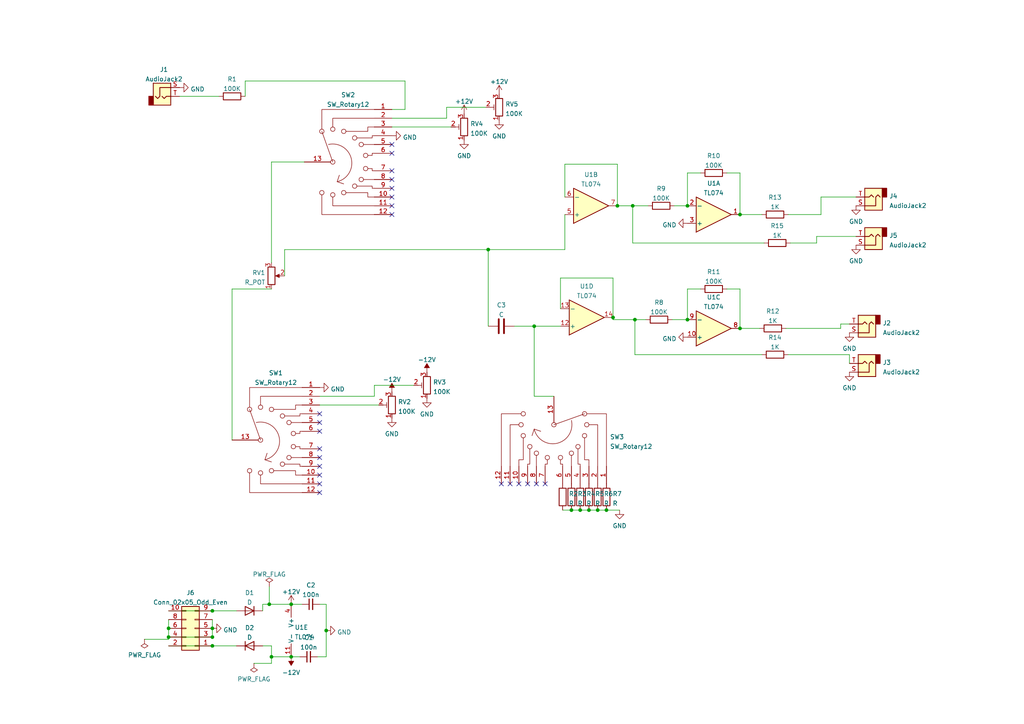
<source format=kicad_sch>
(kicad_sch (version 20210621) (generator eeschema)

  (uuid 15b2c191-9191-4d61-b6be-bd3f468a13da)

  (paper "A4")

  (lib_symbols
    (symbol "Amplifier_Operational:TL074" (pin_names (offset 0.127)) (in_bom yes) (on_board yes)
      (property "Reference" "U" (id 0) (at 0 5.08 0)
        (effects (font (size 1.27 1.27)) (justify left))
      )
      (property "Value" "TL074" (id 1) (at 0 -5.08 0)
        (effects (font (size 1.27 1.27)) (justify left))
      )
      (property "Footprint" "" (id 2) (at -1.27 2.54 0)
        (effects (font (size 1.27 1.27)) hide)
      )
      (property "Datasheet" "http://www.ti.com/lit/ds/symlink/tl071.pdf" (id 3) (at 1.27 5.08 0)
        (effects (font (size 1.27 1.27)) hide)
      )
      (property "ki_locked" "" (id 4) (at 0 0 0)
        (effects (font (size 1.27 1.27)))
      )
      (property "ki_keywords" "quad opamp" (id 5) (at 0 0 0)
        (effects (font (size 1.27 1.27)) hide)
      )
      (property "ki_description" "Quad Low-Noise JFET-Input Operational Amplifiers, DIP-14/SOIC-14" (id 6) (at 0 0 0)
        (effects (font (size 1.27 1.27)) hide)
      )
      (property "ki_fp_filters" "SOIC*3.9x8.7mm*P1.27mm* DIP*W7.62mm* TSSOP*4.4x5mm*P0.65mm* SSOP*5.3x6.2mm*P0.65mm* MSOP*3x3mm*P0.5mm*" (id 7) (at 0 0 0)
        (effects (font (size 1.27 1.27)) hide)
      )
      (symbol "TL074_1_1"
        (polyline
          (pts
            (xy -5.08 5.08)
            (xy 5.08 0)
            (xy -5.08 -5.08)
            (xy -5.08 5.08)
          )
          (stroke (width 0.254) (type default) (color 0 0 0 0))
          (fill (type background))
        )
        (pin output line (at 7.62 0 180) (length 2.54)
          (name "~" (effects (font (size 1.27 1.27))))
          (number "1" (effects (font (size 1.27 1.27))))
        )
        (pin input line (at -7.62 -2.54 0) (length 2.54)
          (name "-" (effects (font (size 1.27 1.27))))
          (number "2" (effects (font (size 1.27 1.27))))
        )
        (pin input line (at -7.62 2.54 0) (length 2.54)
          (name "+" (effects (font (size 1.27 1.27))))
          (number "3" (effects (font (size 1.27 1.27))))
        )
      )
      (symbol "TL074_2_1"
        (polyline
          (pts
            (xy -5.08 5.08)
            (xy 5.08 0)
            (xy -5.08 -5.08)
            (xy -5.08 5.08)
          )
          (stroke (width 0.254) (type default) (color 0 0 0 0))
          (fill (type background))
        )
        (pin input line (at -7.62 2.54 0) (length 2.54)
          (name "+" (effects (font (size 1.27 1.27))))
          (number "5" (effects (font (size 1.27 1.27))))
        )
        (pin input line (at -7.62 -2.54 0) (length 2.54)
          (name "-" (effects (font (size 1.27 1.27))))
          (number "6" (effects (font (size 1.27 1.27))))
        )
        (pin output line (at 7.62 0 180) (length 2.54)
          (name "~" (effects (font (size 1.27 1.27))))
          (number "7" (effects (font (size 1.27 1.27))))
        )
      )
      (symbol "TL074_3_1"
        (polyline
          (pts
            (xy -5.08 5.08)
            (xy 5.08 0)
            (xy -5.08 -5.08)
            (xy -5.08 5.08)
          )
          (stroke (width 0.254) (type default) (color 0 0 0 0))
          (fill (type background))
        )
        (pin input line (at -7.62 2.54 0) (length 2.54)
          (name "+" (effects (font (size 1.27 1.27))))
          (number "10" (effects (font (size 1.27 1.27))))
        )
        (pin output line (at 7.62 0 180) (length 2.54)
          (name "~" (effects (font (size 1.27 1.27))))
          (number "8" (effects (font (size 1.27 1.27))))
        )
        (pin input line (at -7.62 -2.54 0) (length 2.54)
          (name "-" (effects (font (size 1.27 1.27))))
          (number "9" (effects (font (size 1.27 1.27))))
        )
      )
      (symbol "TL074_4_1"
        (polyline
          (pts
            (xy -5.08 5.08)
            (xy 5.08 0)
            (xy -5.08 -5.08)
            (xy -5.08 5.08)
          )
          (stroke (width 0.254) (type default) (color 0 0 0 0))
          (fill (type background))
        )
        (pin input line (at -7.62 2.54 0) (length 2.54)
          (name "+" (effects (font (size 1.27 1.27))))
          (number "12" (effects (font (size 1.27 1.27))))
        )
        (pin input line (at -7.62 -2.54 0) (length 2.54)
          (name "-" (effects (font (size 1.27 1.27))))
          (number "13" (effects (font (size 1.27 1.27))))
        )
        (pin output line (at 7.62 0 180) (length 2.54)
          (name "~" (effects (font (size 1.27 1.27))))
          (number "14" (effects (font (size 1.27 1.27))))
        )
      )
      (symbol "TL074_5_1"
        (pin power_in line (at -2.54 -7.62 90) (length 3.81)
          (name "V-" (effects (font (size 1.27 1.27))))
          (number "11" (effects (font (size 1.27 1.27))))
        )
        (pin power_in line (at -2.54 7.62 270) (length 3.81)
          (name "V+" (effects (font (size 1.27 1.27))))
          (number "4" (effects (font (size 1.27 1.27))))
        )
      )
    )
    (symbol "Connector:AudioJack2" (in_bom yes) (on_board yes)
      (property "Reference" "J" (id 0) (at 0 8.89 0)
        (effects (font (size 1.27 1.27)))
      )
      (property "Value" "AudioJack2" (id 1) (at 0 6.35 0)
        (effects (font (size 1.27 1.27)))
      )
      (property "Footprint" "" (id 2) (at 0 0 0)
        (effects (font (size 1.27 1.27)) hide)
      )
      (property "Datasheet" "~" (id 3) (at 0 0 0)
        (effects (font (size 1.27 1.27)) hide)
      )
      (property "ki_keywords" "audio jack receptacle mono phone headphone TS connector" (id 4) (at 0 0 0)
        (effects (font (size 1.27 1.27)) hide)
      )
      (property "ki_description" "Audio Jack, 2 Poles (Mono / TS)" (id 5) (at 0 0 0)
        (effects (font (size 1.27 1.27)) hide)
      )
      (property "ki_fp_filters" "Jack*" (id 6) (at 0 0 0)
        (effects (font (size 1.27 1.27)) hide)
      )
      (symbol "AudioJack2_0_1"
        (rectangle (start -3.81 0) (end -2.54 -2.54)
          (stroke (width 0.254) (type default) (color 0 0 0 0))
          (fill (type outline))
        )
        (rectangle (start -2.54 3.81) (end 2.54 -2.54)
          (stroke (width 0.254) (type default) (color 0 0 0 0))
          (fill (type background))
        )
        (polyline
          (pts
            (xy 0 0)
            (xy 0.635 -0.635)
            (xy 1.27 0)
            (xy 2.54 0)
          )
          (stroke (width 0.254) (type default) (color 0 0 0 0))
          (fill (type none))
        )
        (polyline
          (pts
            (xy 2.54 2.54)
            (xy -0.635 2.54)
            (xy -0.635 0)
            (xy -1.27 -0.635)
            (xy -1.905 0)
          )
          (stroke (width 0.254) (type default) (color 0 0 0 0))
          (fill (type none))
        )
      )
      (symbol "AudioJack2_1_1"
        (pin passive line (at 5.08 2.54 180) (length 2.54)
          (name "~" (effects (font (size 1.27 1.27))))
          (number "S" (effects (font (size 1.27 1.27))))
        )
        (pin passive line (at 5.08 0 180) (length 2.54)
          (name "~" (effects (font (size 1.27 1.27))))
          (number "T" (effects (font (size 1.27 1.27))))
        )
      )
    )
    (symbol "Connector_Generic:Conn_02x05_Odd_Even" (pin_names (offset 1.016) hide) (in_bom yes) (on_board yes)
      (property "Reference" "J" (id 0) (at 1.27 7.62 0)
        (effects (font (size 1.27 1.27)))
      )
      (property "Value" "Conn_02x05_Odd_Even" (id 1) (at 1.27 -7.62 0)
        (effects (font (size 1.27 1.27)))
      )
      (property "Footprint" "" (id 2) (at 0 0 0)
        (effects (font (size 1.27 1.27)) hide)
      )
      (property "Datasheet" "~" (id 3) (at 0 0 0)
        (effects (font (size 1.27 1.27)) hide)
      )
      (property "ki_keywords" "connector" (id 4) (at 0 0 0)
        (effects (font (size 1.27 1.27)) hide)
      )
      (property "ki_description" "Generic connector, double row, 02x05, odd/even pin numbering scheme (row 1 odd numbers, row 2 even numbers), script generated (kicad-library-utils/schlib/autogen/connector/)" (id 5) (at 0 0 0)
        (effects (font (size 1.27 1.27)) hide)
      )
      (property "ki_fp_filters" "Connector*:*_2x??_*" (id 6) (at 0 0 0)
        (effects (font (size 1.27 1.27)) hide)
      )
      (symbol "Conn_02x05_Odd_Even_1_1"
        (rectangle (start -1.27 -4.953) (end 0 -5.207)
          (stroke (width 0.1524) (type default) (color 0 0 0 0))
          (fill (type none))
        )
        (rectangle (start -1.27 -2.413) (end 0 -2.667)
          (stroke (width 0.1524) (type default) (color 0 0 0 0))
          (fill (type none))
        )
        (rectangle (start -1.27 0.127) (end 0 -0.127)
          (stroke (width 0.1524) (type default) (color 0 0 0 0))
          (fill (type none))
        )
        (rectangle (start -1.27 2.667) (end 0 2.413)
          (stroke (width 0.1524) (type default) (color 0 0 0 0))
          (fill (type none))
        )
        (rectangle (start -1.27 5.207) (end 0 4.953)
          (stroke (width 0.1524) (type default) (color 0 0 0 0))
          (fill (type none))
        )
        (rectangle (start -1.27 6.35) (end 3.81 -6.35)
          (stroke (width 0.254) (type default) (color 0 0 0 0))
          (fill (type background))
        )
        (rectangle (start 3.81 -4.953) (end 2.54 -5.207)
          (stroke (width 0.1524) (type default) (color 0 0 0 0))
          (fill (type none))
        )
        (rectangle (start 3.81 -2.413) (end 2.54 -2.667)
          (stroke (width 0.1524) (type default) (color 0 0 0 0))
          (fill (type none))
        )
        (rectangle (start 3.81 0.127) (end 2.54 -0.127)
          (stroke (width 0.1524) (type default) (color 0 0 0 0))
          (fill (type none))
        )
        (rectangle (start 3.81 2.667) (end 2.54 2.413)
          (stroke (width 0.1524) (type default) (color 0 0 0 0))
          (fill (type none))
        )
        (rectangle (start 3.81 5.207) (end 2.54 4.953)
          (stroke (width 0.1524) (type default) (color 0 0 0 0))
          (fill (type none))
        )
        (pin passive line (at -5.08 5.08 0) (length 3.81)
          (name "Pin_1" (effects (font (size 1.27 1.27))))
          (number "1" (effects (font (size 1.27 1.27))))
        )
        (pin passive line (at 7.62 -5.08 180) (length 3.81)
          (name "Pin_10" (effects (font (size 1.27 1.27))))
          (number "10" (effects (font (size 1.27 1.27))))
        )
        (pin passive line (at 7.62 5.08 180) (length 3.81)
          (name "Pin_2" (effects (font (size 1.27 1.27))))
          (number "2" (effects (font (size 1.27 1.27))))
        )
        (pin passive line (at -5.08 2.54 0) (length 3.81)
          (name "Pin_3" (effects (font (size 1.27 1.27))))
          (number "3" (effects (font (size 1.27 1.27))))
        )
        (pin passive line (at 7.62 2.54 180) (length 3.81)
          (name "Pin_4" (effects (font (size 1.27 1.27))))
          (number "4" (effects (font (size 1.27 1.27))))
        )
        (pin passive line (at -5.08 0 0) (length 3.81)
          (name "Pin_5" (effects (font (size 1.27 1.27))))
          (number "5" (effects (font (size 1.27 1.27))))
        )
        (pin passive line (at 7.62 0 180) (length 3.81)
          (name "Pin_6" (effects (font (size 1.27 1.27))))
          (number "6" (effects (font (size 1.27 1.27))))
        )
        (pin passive line (at -5.08 -2.54 0) (length 3.81)
          (name "Pin_7" (effects (font (size 1.27 1.27))))
          (number "7" (effects (font (size 1.27 1.27))))
        )
        (pin passive line (at 7.62 -2.54 180) (length 3.81)
          (name "Pin_8" (effects (font (size 1.27 1.27))))
          (number "8" (effects (font (size 1.27 1.27))))
        )
        (pin passive line (at -5.08 -5.08 0) (length 3.81)
          (name "Pin_9" (effects (font (size 1.27 1.27))))
          (number "9" (effects (font (size 1.27 1.27))))
        )
      )
    )
    (symbol "Device:C" (pin_numbers hide) (pin_names (offset 0.254)) (in_bom yes) (on_board yes)
      (property "Reference" "C" (id 0) (at 0.635 2.54 0)
        (effects (font (size 1.27 1.27)) (justify left))
      )
      (property "Value" "C" (id 1) (at 0.635 -2.54 0)
        (effects (font (size 1.27 1.27)) (justify left))
      )
      (property "Footprint" "" (id 2) (at 0.9652 -3.81 0)
        (effects (font (size 1.27 1.27)) hide)
      )
      (property "Datasheet" "~" (id 3) (at 0 0 0)
        (effects (font (size 1.27 1.27)) hide)
      )
      (property "ki_keywords" "cap capacitor" (id 4) (at 0 0 0)
        (effects (font (size 1.27 1.27)) hide)
      )
      (property "ki_description" "Unpolarized capacitor" (id 5) (at 0 0 0)
        (effects (font (size 1.27 1.27)) hide)
      )
      (property "ki_fp_filters" "C_*" (id 6) (at 0 0 0)
        (effects (font (size 1.27 1.27)) hide)
      )
      (symbol "C_0_1"
        (polyline
          (pts
            (xy -2.032 -0.762)
            (xy 2.032 -0.762)
          )
          (stroke (width 0.508) (type default) (color 0 0 0 0))
          (fill (type none))
        )
        (polyline
          (pts
            (xy -2.032 0.762)
            (xy 2.032 0.762)
          )
          (stroke (width 0.508) (type default) (color 0 0 0 0))
          (fill (type none))
        )
      )
      (symbol "C_1_1"
        (pin passive line (at 0 3.81 270) (length 2.794)
          (name "~" (effects (font (size 1.27 1.27))))
          (number "1" (effects (font (size 1.27 1.27))))
        )
        (pin passive line (at 0 -3.81 90) (length 2.794)
          (name "~" (effects (font (size 1.27 1.27))))
          (number "2" (effects (font (size 1.27 1.27))))
        )
      )
    )
    (symbol "Device:C_Small" (pin_numbers hide) (pin_names (offset 0.254) hide) (in_bom yes) (on_board yes)
      (property "Reference" "C" (id 0) (at 0.254 1.778 0)
        (effects (font (size 1.27 1.27)) (justify left))
      )
      (property "Value" "C_Small" (id 1) (at 0.254 -2.032 0)
        (effects (font (size 1.27 1.27)) (justify left))
      )
      (property "Footprint" "" (id 2) (at 0 0 0)
        (effects (font (size 1.27 1.27)) hide)
      )
      (property "Datasheet" "~" (id 3) (at 0 0 0)
        (effects (font (size 1.27 1.27)) hide)
      )
      (property "ki_keywords" "capacitor cap" (id 4) (at 0 0 0)
        (effects (font (size 1.27 1.27)) hide)
      )
      (property "ki_description" "Unpolarized capacitor, small symbol" (id 5) (at 0 0 0)
        (effects (font (size 1.27 1.27)) hide)
      )
      (property "ki_fp_filters" "C_*" (id 6) (at 0 0 0)
        (effects (font (size 1.27 1.27)) hide)
      )
      (symbol "C_Small_0_1"
        (polyline
          (pts
            (xy -1.524 -0.508)
            (xy 1.524 -0.508)
          )
          (stroke (width 0.3302) (type default) (color 0 0 0 0))
          (fill (type none))
        )
        (polyline
          (pts
            (xy -1.524 0.508)
            (xy 1.524 0.508)
          )
          (stroke (width 0.3048) (type default) (color 0 0 0 0))
          (fill (type none))
        )
      )
      (symbol "C_Small_1_1"
        (pin passive line (at 0 2.54 270) (length 2.032)
          (name "~" (effects (font (size 1.27 1.27))))
          (number "1" (effects (font (size 1.27 1.27))))
        )
        (pin passive line (at 0 -2.54 90) (length 2.032)
          (name "~" (effects (font (size 1.27 1.27))))
          (number "2" (effects (font (size 1.27 1.27))))
        )
      )
    )
    (symbol "Device:D" (pin_numbers hide) (pin_names (offset 1.016) hide) (in_bom yes) (on_board yes)
      (property "Reference" "D" (id 0) (at 0 2.54 0)
        (effects (font (size 1.27 1.27)))
      )
      (property "Value" "D" (id 1) (at 0 -2.54 0)
        (effects (font (size 1.27 1.27)))
      )
      (property "Footprint" "" (id 2) (at 0 0 0)
        (effects (font (size 1.27 1.27)) hide)
      )
      (property "Datasheet" "~" (id 3) (at 0 0 0)
        (effects (font (size 1.27 1.27)) hide)
      )
      (property "ki_keywords" "diode" (id 4) (at 0 0 0)
        (effects (font (size 1.27 1.27)) hide)
      )
      (property "ki_description" "Diode" (id 5) (at 0 0 0)
        (effects (font (size 1.27 1.27)) hide)
      )
      (property "ki_fp_filters" "TO-???* *_Diode_* *SingleDiode* D_*" (id 6) (at 0 0 0)
        (effects (font (size 1.27 1.27)) hide)
      )
      (symbol "D_0_1"
        (polyline
          (pts
            (xy -1.27 1.27)
            (xy -1.27 -1.27)
          )
          (stroke (width 0.254) (type default) (color 0 0 0 0))
          (fill (type none))
        )
        (polyline
          (pts
            (xy 1.27 0)
            (xy -1.27 0)
          )
          (stroke (width 0) (type default) (color 0 0 0 0))
          (fill (type none))
        )
        (polyline
          (pts
            (xy 1.27 1.27)
            (xy 1.27 -1.27)
            (xy -1.27 0)
            (xy 1.27 1.27)
          )
          (stroke (width 0.254) (type default) (color 0 0 0 0))
          (fill (type none))
        )
      )
      (symbol "D_1_1"
        (pin passive line (at -3.81 0 0) (length 2.54)
          (name "K" (effects (font (size 1.27 1.27))))
          (number "1" (effects (font (size 1.27 1.27))))
        )
        (pin passive line (at 3.81 0 180) (length 2.54)
          (name "A" (effects (font (size 1.27 1.27))))
          (number "2" (effects (font (size 1.27 1.27))))
        )
      )
    )
    (symbol "Device:R" (pin_numbers hide) (pin_names (offset 0)) (in_bom yes) (on_board yes)
      (property "Reference" "R" (id 0) (at 2.032 0 90)
        (effects (font (size 1.27 1.27)))
      )
      (property "Value" "R" (id 1) (at 0 0 90)
        (effects (font (size 1.27 1.27)))
      )
      (property "Footprint" "" (id 2) (at -1.778 0 90)
        (effects (font (size 1.27 1.27)) hide)
      )
      (property "Datasheet" "~" (id 3) (at 0 0 0)
        (effects (font (size 1.27 1.27)) hide)
      )
      (property "ki_keywords" "R res resistor" (id 4) (at 0 0 0)
        (effects (font (size 1.27 1.27)) hide)
      )
      (property "ki_description" "Resistor" (id 5) (at 0 0 0)
        (effects (font (size 1.27 1.27)) hide)
      )
      (property "ki_fp_filters" "R_*" (id 6) (at 0 0 0)
        (effects (font (size 1.27 1.27)) hide)
      )
      (symbol "R_0_1"
        (rectangle (start -1.016 -2.54) (end 1.016 2.54)
          (stroke (width 0.254) (type default) (color 0 0 0 0))
          (fill (type none))
        )
      )
      (symbol "R_1_1"
        (pin passive line (at 0 3.81 270) (length 1.27)
          (name "~" (effects (font (size 1.27 1.27))))
          (number "1" (effects (font (size 1.27 1.27))))
        )
        (pin passive line (at 0 -3.81 90) (length 1.27)
          (name "~" (effects (font (size 1.27 1.27))))
          (number "2" (effects (font (size 1.27 1.27))))
        )
      )
    )
    (symbol "Device:R_POT" (pin_names (offset 1.016) hide) (in_bom yes) (on_board yes)
      (property "Reference" "RV" (id 0) (at -4.445 0 90)
        (effects (font (size 1.27 1.27)))
      )
      (property "Value" "R_POT" (id 1) (at -2.54 0 90)
        (effects (font (size 1.27 1.27)))
      )
      (property "Footprint" "" (id 2) (at 0 0 0)
        (effects (font (size 1.27 1.27)) hide)
      )
      (property "Datasheet" "~" (id 3) (at 0 0 0)
        (effects (font (size 1.27 1.27)) hide)
      )
      (property "ki_keywords" "resistor variable" (id 4) (at 0 0 0)
        (effects (font (size 1.27 1.27)) hide)
      )
      (property "ki_description" "Potentiometer" (id 5) (at 0 0 0)
        (effects (font (size 1.27 1.27)) hide)
      )
      (property "ki_fp_filters" "Potentiometer*" (id 6) (at 0 0 0)
        (effects (font (size 1.27 1.27)) hide)
      )
      (symbol "R_POT_0_1"
        (polyline
          (pts
            (xy 2.54 0)
            (xy 1.524 0)
          )
          (stroke (width 0) (type default) (color 0 0 0 0))
          (fill (type none))
        )
        (polyline
          (pts
            (xy 1.143 0)
            (xy 2.286 0.508)
            (xy 2.286 -0.508)
            (xy 1.143 0)
          )
          (stroke (width 0) (type default) (color 0 0 0 0))
          (fill (type outline))
        )
        (rectangle (start 1.016 2.54) (end -1.016 -2.54)
          (stroke (width 0.254) (type default) (color 0 0 0 0))
          (fill (type none))
        )
      )
      (symbol "R_POT_1_1"
        (pin passive line (at 0 3.81 270) (length 1.27)
          (name "1" (effects (font (size 1.27 1.27))))
          (number "1" (effects (font (size 1.27 1.27))))
        )
        (pin passive line (at 3.81 0 180) (length 1.27)
          (name "2" (effects (font (size 1.27 1.27))))
          (number "2" (effects (font (size 1.27 1.27))))
        )
        (pin passive line (at 0 -3.81 90) (length 1.27)
          (name "3" (effects (font (size 1.27 1.27))))
          (number "3" (effects (font (size 1.27 1.27))))
        )
      )
    )
    (symbol "Device:R_POT_TRIM" (pin_names (offset 1.016) hide) (in_bom yes) (on_board yes)
      (property "Reference" "RV" (id 0) (at -4.445 0 90)
        (effects (font (size 1.27 1.27)))
      )
      (property "Value" "R_POT_TRIM" (id 1) (at -2.54 0 90)
        (effects (font (size 1.27 1.27)))
      )
      (property "Footprint" "" (id 2) (at 0 0 0)
        (effects (font (size 1.27 1.27)) hide)
      )
      (property "Datasheet" "~" (id 3) (at 0 0 0)
        (effects (font (size 1.27 1.27)) hide)
      )
      (property "ki_keywords" "resistor variable trimpot trimmer" (id 4) (at 0 0 0)
        (effects (font (size 1.27 1.27)) hide)
      )
      (property "ki_description" "Trim-potentiometer" (id 5) (at 0 0 0)
        (effects (font (size 1.27 1.27)) hide)
      )
      (property "ki_fp_filters" "Potentiometer*" (id 6) (at 0 0 0)
        (effects (font (size 1.27 1.27)) hide)
      )
      (symbol "R_POT_TRIM_0_1"
        (polyline
          (pts
            (xy 1.524 0.762)
            (xy 1.524 -0.762)
          )
          (stroke (width 0) (type default) (color 0 0 0 0))
          (fill (type none))
        )
        (polyline
          (pts
            (xy 2.54 0)
            (xy 1.524 0)
          )
          (stroke (width 0) (type default) (color 0 0 0 0))
          (fill (type none))
        )
        (rectangle (start 1.016 2.54) (end -1.016 -2.54)
          (stroke (width 0.254) (type default) (color 0 0 0 0))
          (fill (type none))
        )
      )
      (symbol "R_POT_TRIM_1_1"
        (pin passive line (at 0 3.81 270) (length 1.27)
          (name "1" (effects (font (size 1.27 1.27))))
          (number "1" (effects (font (size 1.27 1.27))))
        )
        (pin passive line (at 3.81 0 180) (length 1.27)
          (name "2" (effects (font (size 1.27 1.27))))
          (number "2" (effects (font (size 1.27 1.27))))
        )
        (pin passive line (at 0 -3.81 90) (length 1.27)
          (name "3" (effects (font (size 1.27 1.27))))
          (number "3" (effects (font (size 1.27 1.27))))
        )
      )
    )
    (symbol "Switch:SW_Rotary12" (pin_names (offset 1.016) hide) (in_bom yes) (on_board yes)
      (property "Reference" "SW" (id 0) (at 0 17.78 0)
        (effects (font (size 1.27 1.27)))
      )
      (property "Value" "SW_Rotary12" (id 1) (at 0 -17.78 0)
        (effects (font (size 1.27 1.27)))
      )
      (property "Footprint" "" (id 2) (at -5.08 17.78 0)
        (effects (font (size 1.27 1.27)) hide)
      )
      (property "Datasheet" "http://cdn-reichelt.de/documents/datenblatt/C200/DS-Serie%23LOR.pdf" (id 3) (at -5.08 17.78 0)
        (effects (font (size 1.27 1.27)) hide)
      )
      (property "ki_keywords" "rotary switch" (id 4) (at 0 0 0)
        (effects (font (size 1.27 1.27)) hide)
      )
      (property "ki_description" "rotary switch with 12 positions" (id 5) (at 0 0 0)
        (effects (font (size 1.27 1.27)) hide)
      )
      (symbol "SW_Rotary12_0_0"
        (circle (center -10.16 -8.89) (radius 0.635) (stroke (width 0))           (stroke (width 0) (type default) (color 0 0 0 0))
          (fill (type none))
        )
        (circle (center -10.16 8.89) (radius 0.635) (stroke (width 0))           (stroke (width 0) (type default) (color 0 0 0 0))
          (fill (type none))
        )
        (circle (center -6.985 -9.525) (radius 0.635) (stroke (width 0))           (stroke (width 0) (type default) (color 0 0 0 0))
          (fill (type none))
        )
        (circle (center -6.985 0) (radius 0.635) (stroke (width 0))           (stroke (width 0) (type default) (color 0 0 0 0))
          (fill (type none))
        )
        (circle (center -6.985 9.525) (radius 0.635) (stroke (width 0))           (stroke (width 0) (type default) (color 0 0 0 0))
          (fill (type none))
        )
        (arc (start -5.715 -5.715) (mid -1.5995 0.937) (end -8.255 5.08)
          (stroke (width 0) (type default) (color 0 0 0 0))
          (fill (type none))
        )
        (circle (center -3.81 -8.89) (radius 0.635) (stroke (width 0))           (stroke (width 0) (type default) (color 0 0 0 0))
          (fill (type none))
        )
        (circle (center -3.81 8.89) (radius 0.635) (stroke (width 0))           (stroke (width 0) (type default) (color 0 0 0 0))
          (fill (type none))
        )
        (circle (center -0.635 -6.985) (radius 0.635) (stroke (width 0))           (stroke (width 0) (type default) (color 0 0 0 0))
          (fill (type none))
        )
        (circle (center -0.635 6.985) (radius 0.635) (stroke (width 0))           (stroke (width 0) (type default) (color 0 0 0 0))
          (fill (type none))
        )
        (polyline
          (pts
            (xy -6.985 0)
            (xy -10.16 8.89)
          )
          (stroke (width 0) (type default) (color 0 0 0 0))
          (fill (type none))
        )
        (polyline
          (pts
            (xy -5.715 -5.715)
            (xy -5.08 -3.81)
          )
          (stroke (width 0) (type default) (color 0 0 0 0))
          (fill (type none))
        )
        (polyline
          (pts
            (xy -5.715 -5.715)
            (xy -3.81 -6.35)
          )
          (stroke (width 0) (type default) (color 0 0 0 0))
          (fill (type none))
        )
        (polyline
          (pts
            (xy 1.905 -5.08)
            (xy 5.08 -5.08)
          )
          (stroke (width 0) (type default) (color 0 0 0 0))
          (fill (type none))
        )
        (polyline
          (pts
            (xy 1.905 5.08)
            (xy 5.08 5.08)
          )
          (stroke (width 0) (type default) (color 0 0 0 0))
          (fill (type none))
        )
        (polyline
          (pts
            (xy -10.16 -9.525)
            (xy -10.16 -15.24)
            (xy 5.08 -15.24)
          )
          (stroke (width 0) (type default) (color 0 0 0 0))
          (fill (type none))
        )
        (polyline
          (pts
            (xy -10.16 9.525)
            (xy -10.16 15.24)
            (xy 5.08 15.24)
          )
          (stroke (width 0) (type default) (color 0 0 0 0))
          (fill (type none))
        )
        (polyline
          (pts
            (xy -6.985 -10.16)
            (xy -6.985 -12.7)
            (xy 5.08 -12.7)
          )
          (stroke (width 0) (type default) (color 0 0 0 0))
          (fill (type none))
        )
        (polyline
          (pts
            (xy -6.985 10.16)
            (xy -6.985 12.7)
            (xy 5.08 12.7)
          )
          (stroke (width 0) (type default) (color 0 0 0 0))
          (fill (type none))
        )
        (polyline
          (pts
            (xy -3.175 -8.89)
            (xy 3.175 -8.89)
            (xy 3.175 -10.16)
            (xy 5.08 -10.16)
          )
          (stroke (width 0) (type default) (color 0 0 0 0))
          (fill (type none))
        )
        (polyline
          (pts
            (xy -3.175 8.89)
            (xy 3.175 8.89)
            (xy 3.175 10.16)
            (xy 5.08 10.16)
          )
          (stroke (width 0) (type default) (color 0 0 0 0))
          (fill (type none))
        )
        (polyline
          (pts
            (xy 0 -6.985)
            (xy 4.445 -6.985)
            (xy 4.445 -7.62)
            (xy 5.08 -7.62)
          )
          (stroke (width 0) (type default) (color 0 0 0 0))
          (fill (type none))
        )
        (polyline
          (pts
            (xy 0 6.985)
            (xy 4.445 6.985)
            (xy 4.445 7.62)
            (xy 5.08 7.62)
          )
          (stroke (width 0) (type default) (color 0 0 0 0))
          (fill (type none))
        )
        (polyline
          (pts
            (xy 3.175 -1.905)
            (xy 4.445 -1.905)
            (xy 4.445 -2.54)
            (xy 5.08 -2.54)
          )
          (stroke (width 0) (type default) (color 0 0 0 0))
          (fill (type none))
        )
        (polyline
          (pts
            (xy 3.175 1.905)
            (xy 4.445 1.905)
            (xy 4.445 2.54)
            (xy 5.08 2.54)
          )
          (stroke (width 0) (type default) (color 0 0 0 0))
          (fill (type none))
        )
        (circle (center 1.27 -5.08) (radius 0.635) (stroke (width 0))           (stroke (width 0) (type default) (color 0 0 0 0))
          (fill (type none))
        )
        (circle (center 1.27 5.08) (radius 0.635) (stroke (width 0))           (stroke (width 0) (type default) (color 0 0 0 0))
          (fill (type none))
        )
        (circle (center 2.54 -1.905) (radius 0.635) (stroke (width 0))           (stroke (width 0) (type default) (color 0 0 0 0))
          (fill (type none))
        )
        (circle (center 2.54 1.905) (radius 0.635) (stroke (width 0))           (stroke (width 0) (type default) (color 0 0 0 0))
          (fill (type none))
        )
      )
      (symbol "SW_Rotary12_0_1"
        (pin passive line (at 10.16 15.24 180) (length 5.08)
          (name "1" (effects (font (size 1.27 1.27))))
          (number "1" (effects (font (size 1.27 1.27))))
        )
        (pin passive line (at 10.16 -10.16 180) (length 5.08)
          (name "10" (effects (font (size 1.27 1.27))))
          (number "10" (effects (font (size 1.27 1.27))))
        )
        (pin passive line (at 10.16 -12.7 180) (length 5.08)
          (name "11" (effects (font (size 1.27 1.27))))
          (number "11" (effects (font (size 1.27 1.27))))
        )
        (pin passive line (at 10.16 -15.24 180) (length 5.08)
          (name "12" (effects (font (size 1.27 1.27))))
          (number "12" (effects (font (size 1.27 1.27))))
        )
        (pin passive line (at -15.24 0 0) (length 7.62)
          (name "13" (effects (font (size 1.27 1.27))))
          (number "13" (effects (font (size 1.27 1.27))))
        )
        (pin passive line (at 10.16 12.7 180) (length 5.08)
          (name "2" (effects (font (size 1.27 1.27))))
          (number "2" (effects (font (size 1.27 1.27))))
        )
        (pin passive line (at 10.16 10.16 180) (length 5.08)
          (name "3" (effects (font (size 1.27 1.27))))
          (number "3" (effects (font (size 1.27 1.27))))
        )
        (pin passive line (at 10.16 7.62 180) (length 5.08)
          (name "4" (effects (font (size 1.27 1.27))))
          (number "4" (effects (font (size 1.27 1.27))))
        )
        (pin passive line (at 10.16 5.08 180) (length 5.08)
          (name "5" (effects (font (size 1.27 1.27))))
          (number "5" (effects (font (size 1.27 1.27))))
        )
        (pin passive line (at 10.16 2.54 180) (length 5.08)
          (name "6" (effects (font (size 1.27 1.27))))
          (number "6" (effects (font (size 1.27 1.27))))
        )
        (pin passive line (at 10.16 -2.54 180) (length 5.08)
          (name "7" (effects (font (size 1.27 1.27))))
          (number "7" (effects (font (size 1.27 1.27))))
        )
        (pin passive line (at 10.16 -5.08 180) (length 5.08)
          (name "8" (effects (font (size 1.27 1.27))))
          (number "8" (effects (font (size 1.27 1.27))))
        )
        (pin passive line (at 10.16 -7.62 180) (length 5.08)
          (name "9" (effects (font (size 1.27 1.27))))
          (number "9" (effects (font (size 1.27 1.27))))
        )
      )
    )
    (symbol "power:+12V" (power) (pin_names (offset 0)) (in_bom yes) (on_board yes)
      (property "Reference" "#PWR" (id 0) (at 0 -3.81 0)
        (effects (font (size 1.27 1.27)) hide)
      )
      (property "Value" "+12V" (id 1) (at 0 3.556 0)
        (effects (font (size 1.27 1.27)))
      )
      (property "Footprint" "" (id 2) (at 0 0 0)
        (effects (font (size 1.27 1.27)) hide)
      )
      (property "Datasheet" "" (id 3) (at 0 0 0)
        (effects (font (size 1.27 1.27)) hide)
      )
      (property "ki_keywords" "power-flag" (id 4) (at 0 0 0)
        (effects (font (size 1.27 1.27)) hide)
      )
      (property "ki_description" "Power symbol creates a global label with name \"+12V\"" (id 5) (at 0 0 0)
        (effects (font (size 1.27 1.27)) hide)
      )
      (symbol "+12V_0_1"
        (polyline
          (pts
            (xy -0.762 1.27)
            (xy 0 2.54)
          )
          (stroke (width 0) (type default) (color 0 0 0 0))
          (fill (type none))
        )
        (polyline
          (pts
            (xy 0 0)
            (xy 0 2.54)
          )
          (stroke (width 0) (type default) (color 0 0 0 0))
          (fill (type none))
        )
        (polyline
          (pts
            (xy 0 2.54)
            (xy 0.762 1.27)
          )
          (stroke (width 0) (type default) (color 0 0 0 0))
          (fill (type none))
        )
      )
      (symbol "+12V_1_1"
        (pin power_in line (at 0 0 90) (length 0) hide
          (name "+12V" (effects (font (size 1.27 1.27))))
          (number "1" (effects (font (size 1.27 1.27))))
        )
      )
    )
    (symbol "power:-12V" (power) (pin_names (offset 0)) (in_bom yes) (on_board yes)
      (property "Reference" "#PWR" (id 0) (at 0 2.54 0)
        (effects (font (size 1.27 1.27)) hide)
      )
      (property "Value" "-12V" (id 1) (at 0 3.81 0)
        (effects (font (size 1.27 1.27)))
      )
      (property "Footprint" "" (id 2) (at 0 0 0)
        (effects (font (size 1.27 1.27)) hide)
      )
      (property "Datasheet" "" (id 3) (at 0 0 0)
        (effects (font (size 1.27 1.27)) hide)
      )
      (property "ki_keywords" "power-flag" (id 4) (at 0 0 0)
        (effects (font (size 1.27 1.27)) hide)
      )
      (property "ki_description" "Power symbol creates a global label with name \"-12V\"" (id 5) (at 0 0 0)
        (effects (font (size 1.27 1.27)) hide)
      )
      (symbol "-12V_0_0"
        (pin power_in line (at 0 0 90) (length 0) hide
          (name "-12V" (effects (font (size 1.27 1.27))))
          (number "1" (effects (font (size 1.27 1.27))))
        )
      )
      (symbol "-12V_0_1"
        (polyline
          (pts
            (xy 0 0)
            (xy 0 1.27)
            (xy 0.762 1.27)
            (xy 0 2.54)
            (xy -0.762 1.27)
            (xy 0 1.27)
          )
          (stroke (width 0) (type default) (color 0 0 0 0))
          (fill (type outline))
        )
      )
    )
    (symbol "power:GND" (power) (pin_names (offset 0)) (in_bom yes) (on_board yes)
      (property "Reference" "#PWR" (id 0) (at 0 -6.35 0)
        (effects (font (size 1.27 1.27)) hide)
      )
      (property "Value" "GND" (id 1) (at 0 -3.81 0)
        (effects (font (size 1.27 1.27)))
      )
      (property "Footprint" "" (id 2) (at 0 0 0)
        (effects (font (size 1.27 1.27)) hide)
      )
      (property "Datasheet" "" (id 3) (at 0 0 0)
        (effects (font (size 1.27 1.27)) hide)
      )
      (property "ki_keywords" "power-flag" (id 4) (at 0 0 0)
        (effects (font (size 1.27 1.27)) hide)
      )
      (property "ki_description" "Power symbol creates a global label with name \"GND\" , ground" (id 5) (at 0 0 0)
        (effects (font (size 1.27 1.27)) hide)
      )
      (symbol "GND_0_1"
        (polyline
          (pts
            (xy 0 0)
            (xy 0 -1.27)
            (xy 1.27 -1.27)
            (xy 0 -2.54)
            (xy -1.27 -1.27)
            (xy 0 -1.27)
          )
          (stroke (width 0) (type default) (color 0 0 0 0))
          (fill (type none))
        )
      )
      (symbol "GND_1_1"
        (pin power_in line (at 0 0 270) (length 0) hide
          (name "GND" (effects (font (size 1.27 1.27))))
          (number "1" (effects (font (size 1.27 1.27))))
        )
      )
    )
    (symbol "power:PWR_FLAG" (power) (pin_numbers hide) (pin_names (offset 0) hide) (in_bom yes) (on_board yes)
      (property "Reference" "#FLG" (id 0) (at 0 1.905 0)
        (effects (font (size 1.27 1.27)) hide)
      )
      (property "Value" "PWR_FLAG" (id 1) (at 0 3.81 0)
        (effects (font (size 1.27 1.27)))
      )
      (property "Footprint" "" (id 2) (at 0 0 0)
        (effects (font (size 1.27 1.27)) hide)
      )
      (property "Datasheet" "~" (id 3) (at 0 0 0)
        (effects (font (size 1.27 1.27)) hide)
      )
      (property "ki_keywords" "power-flag" (id 4) (at 0 0 0)
        (effects (font (size 1.27 1.27)) hide)
      )
      (property "ki_description" "Special symbol for telling ERC where power comes from" (id 5) (at 0 0 0)
        (effects (font (size 1.27 1.27)) hide)
      )
      (symbol "PWR_FLAG_0_0"
        (pin power_out line (at 0 0 90) (length 0)
          (name "pwr" (effects (font (size 1.27 1.27))))
          (number "1" (effects (font (size 1.27 1.27))))
        )
      )
      (symbol "PWR_FLAG_0_1"
        (polyline
          (pts
            (xy 0 0)
            (xy 0 1.27)
            (xy -1.016 1.905)
            (xy 0 2.54)
            (xy 1.016 1.905)
            (xy 0 1.27)
          )
          (stroke (width 0) (type default) (color 0 0 0 0))
          (fill (type none))
        )
      )
    )
  )

  (junction (at 48.895 182.245) (diameter 0) (color 0 0 0 0))
  (junction (at 48.895 184.785) (diameter 0) (color 0 0 0 0))
  (junction (at 61.595 177.165) (diameter 0) (color 0 0 0 0))
  (junction (at 61.595 182.245) (diameter 0) (color 0 0 0 0))
  (junction (at 61.595 184.785) (diameter 0) (color 0 0 0 0))
  (junction (at 61.595 187.325) (diameter 0) (color 0 0 0 0))
  (junction (at 78.105 175.26) (diameter 0) (color 0 0 0 0))
  (junction (at 78.74 190.5) (diameter 0) (color 0 0 0 0))
  (junction (at 84.455 175.26) (diameter 0) (color 0 0 0 0))
  (junction (at 84.455 190.5) (diameter 0) (color 0 0 0 0))
  (junction (at 94.615 182.88) (diameter 0) (color 0 0 0 0))
  (junction (at 141.605 72.39) (diameter 0) (color 0 0 0 0))
  (junction (at 154.94 94.615) (diameter 0) (color 0 0 0 0))
  (junction (at 165.735 147.955) (diameter 0) (color 0 0 0 0))
  (junction (at 168.275 147.955) (diameter 0) (color 0 0 0 0))
  (junction (at 170.815 147.955) (diameter 0) (color 0 0 0 0))
  (junction (at 173.355 147.955) (diameter 0) (color 0 0 0 0))
  (junction (at 175.895 147.955) (diameter 0) (color 0 0 0 0))
  (junction (at 177.8 92.075) (diameter 0) (color 0 0 0 0))
  (junction (at 179.07 59.69) (diameter 0) (color 0 0 0 0))
  (junction (at 183.515 59.69) (diameter 0) (color 0 0 0 0))
  (junction (at 184.15 92.71) (diameter 0) (color 0 0 0 0))
  (junction (at 199.39 59.69) (diameter 0) (color 0 0 0 0))
  (junction (at 199.39 92.71) (diameter 0) (color 0 0 0 0))
  (junction (at 214.63 62.23) (diameter 0) (color 0 0 0 0))
  (junction (at 214.63 95.25) (diameter 0) (color 0 0 0 0))

  (no_connect (at 92.71 120.015) (uuid 072115a0-fb7f-488e-affd-3fd2aa36d245))
  (no_connect (at 92.71 122.555) (uuid 072115a0-fb7f-488e-affd-3fd2aa36d245))
  (no_connect (at 92.71 125.095) (uuid 072115a0-fb7f-488e-affd-3fd2aa36d245))
  (no_connect (at 92.71 130.175) (uuid 072115a0-fb7f-488e-affd-3fd2aa36d245))
  (no_connect (at 92.71 132.715) (uuid 072115a0-fb7f-488e-affd-3fd2aa36d245))
  (no_connect (at 92.71 135.255) (uuid 072115a0-fb7f-488e-affd-3fd2aa36d245))
  (no_connect (at 92.71 137.795) (uuid 072115a0-fb7f-488e-affd-3fd2aa36d245))
  (no_connect (at 92.71 140.335) (uuid 072115a0-fb7f-488e-affd-3fd2aa36d245))
  (no_connect (at 92.71 142.875) (uuid 072115a0-fb7f-488e-affd-3fd2aa36d245))
  (no_connect (at 113.665 41.91) (uuid 072115a0-fb7f-488e-affd-3fd2aa36d245))
  (no_connect (at 113.665 44.45) (uuid 072115a0-fb7f-488e-affd-3fd2aa36d245))
  (no_connect (at 113.665 49.53) (uuid 072115a0-fb7f-488e-affd-3fd2aa36d245))
  (no_connect (at 113.665 52.07) (uuid 072115a0-fb7f-488e-affd-3fd2aa36d245))
  (no_connect (at 113.665 54.61) (uuid 072115a0-fb7f-488e-affd-3fd2aa36d245))
  (no_connect (at 113.665 57.15) (uuid 072115a0-fb7f-488e-affd-3fd2aa36d245))
  (no_connect (at 113.665 59.69) (uuid 072115a0-fb7f-488e-affd-3fd2aa36d245))
  (no_connect (at 113.665 62.23) (uuid 072115a0-fb7f-488e-affd-3fd2aa36d245))
  (no_connect (at 145.415 140.335) (uuid 072115a0-fb7f-488e-affd-3fd2aa36d245))
  (no_connect (at 147.955 140.335) (uuid 072115a0-fb7f-488e-affd-3fd2aa36d245))
  (no_connect (at 150.495 140.335) (uuid 072115a0-fb7f-488e-affd-3fd2aa36d245))
  (no_connect (at 153.035 140.335) (uuid 072115a0-fb7f-488e-affd-3fd2aa36d245))
  (no_connect (at 155.575 140.335) (uuid 072115a0-fb7f-488e-affd-3fd2aa36d245))
  (no_connect (at 158.115 140.335) (uuid 072115a0-fb7f-488e-affd-3fd2aa36d245))

  (wire (pts (xy 41.91 185.42) (xy 48.895 185.42))
    (stroke (width 0) (type default) (color 0 0 0 0))
    (uuid f0a9b5fb-7f73-4c11-8d11-cb3bc79ef595)
  )
  (wire (pts (xy 48.895 177.165) (xy 61.595 177.165))
    (stroke (width 0) (type default) (color 0 0 0 0))
    (uuid ef5f5b19-1b84-4da2-a8db-176d00329d5a)
  )
  (wire (pts (xy 48.895 179.705) (xy 48.895 182.245))
    (stroke (width 0) (type default) (color 0 0 0 0))
    (uuid 33467e02-b660-46d9-90b2-015867f91b2c)
  )
  (wire (pts (xy 48.895 182.245) (xy 48.895 184.785))
    (stroke (width 0) (type default) (color 0 0 0 0))
    (uuid 33467e02-b660-46d9-90b2-015867f91b2c)
  )
  (wire (pts (xy 48.895 184.785) (xy 61.595 184.785))
    (stroke (width 0) (type default) (color 0 0 0 0))
    (uuid 4ec3becc-3037-4bd4-a09d-c33abf60c162)
  )
  (wire (pts (xy 48.895 185.42) (xy 48.895 184.785))
    (stroke (width 0) (type default) (color 0 0 0 0))
    (uuid f0a9b5fb-7f73-4c11-8d11-cb3bc79ef595)
  )
  (wire (pts (xy 48.895 187.325) (xy 61.595 187.325))
    (stroke (width 0) (type default) (color 0 0 0 0))
    (uuid 4426a471-1df5-4c7e-832a-771362e67330)
  )
  (wire (pts (xy 52.07 27.94) (xy 63.5 27.94))
    (stroke (width 0) (type default) (color 0 0 0 0))
    (uuid 61670611-044d-46cc-9337-3aff590e1f76)
  )
  (wire (pts (xy 61.595 177.165) (xy 68.58 177.165))
    (stroke (width 0) (type default) (color 0 0 0 0))
    (uuid a7d7c96c-0051-4a83-9c79-9295323d09bd)
  )
  (wire (pts (xy 61.595 179.705) (xy 61.595 182.245))
    (stroke (width 0) (type default) (color 0 0 0 0))
    (uuid 34e32bc1-cf8d-495c-b9bf-15e1583ece8b)
  )
  (wire (pts (xy 61.595 182.245) (xy 61.595 184.785))
    (stroke (width 0) (type default) (color 0 0 0 0))
    (uuid 34e32bc1-cf8d-495c-b9bf-15e1583ece8b)
  )
  (wire (pts (xy 61.595 187.325) (xy 68.58 187.325))
    (stroke (width 0) (type default) (color 0 0 0 0))
    (uuid 33724743-6a76-4551-b88e-1309038992ed)
  )
  (wire (pts (xy 67.31 83.82) (xy 67.31 127.635))
    (stroke (width 0) (type default) (color 0 0 0 0))
    (uuid 582c8e0b-0683-47fd-8ac1-f78f6d3e1df4)
  )
  (wire (pts (xy 71.12 23.495) (xy 117.475 23.495))
    (stroke (width 0) (type default) (color 0 0 0 0))
    (uuid faf0250b-51cc-411d-a14a-c54335dfbc0f)
  )
  (wire (pts (xy 71.12 27.94) (xy 71.12 23.495))
    (stroke (width 0) (type default) (color 0 0 0 0))
    (uuid faf0250b-51cc-411d-a14a-c54335dfbc0f)
  )
  (wire (pts (xy 73.66 192.405) (xy 78.74 192.405))
    (stroke (width 0) (type default) (color 0 0 0 0))
    (uuid 690458e1-2cec-42f3-ac75-a3c062ca9656)
  )
  (wire (pts (xy 76.2 175.26) (xy 78.105 175.26))
    (stroke (width 0) (type default) (color 0 0 0 0))
    (uuid 8c79f3cc-0030-474d-ad74-814697f77894)
  )
  (wire (pts (xy 76.2 177.165) (xy 76.2 175.26))
    (stroke (width 0) (type default) (color 0 0 0 0))
    (uuid 8c79f3cc-0030-474d-ad74-814697f77894)
  )
  (wire (pts (xy 76.2 187.325) (xy 78.74 187.325))
    (stroke (width 0) (type default) (color 0 0 0 0))
    (uuid 327ed571-7da6-4a1f-9bca-40dcf42d277d)
  )
  (wire (pts (xy 78.105 170.18) (xy 78.105 175.26))
    (stroke (width 0) (type default) (color 0 0 0 0))
    (uuid 2239423e-0513-4e2c-8193-cb35a8e4fe74)
  )
  (wire (pts (xy 78.105 175.26) (xy 84.455 175.26))
    (stroke (width 0) (type default) (color 0 0 0 0))
    (uuid 8c79f3cc-0030-474d-ad74-814697f77894)
  )
  (wire (pts (xy 78.74 46.99) (xy 78.74 76.2))
    (stroke (width 0) (type default) (color 0 0 0 0))
    (uuid 20c89979-bf48-40a8-b95d-a2d40fd95f67)
  )
  (wire (pts (xy 78.74 83.82) (xy 67.31 83.82))
    (stroke (width 0) (type default) (color 0 0 0 0))
    (uuid 582c8e0b-0683-47fd-8ac1-f78f6d3e1df4)
  )
  (wire (pts (xy 78.74 187.325) (xy 78.74 190.5))
    (stroke (width 0) (type default) (color 0 0 0 0))
    (uuid 327ed571-7da6-4a1f-9bca-40dcf42d277d)
  )
  (wire (pts (xy 78.74 190.5) (xy 84.455 190.5))
    (stroke (width 0) (type default) (color 0 0 0 0))
    (uuid 327ed571-7da6-4a1f-9bca-40dcf42d277d)
  )
  (wire (pts (xy 78.74 192.405) (xy 78.74 190.5))
    (stroke (width 0) (type default) (color 0 0 0 0))
    (uuid 690458e1-2cec-42f3-ac75-a3c062ca9656)
  )
  (wire (pts (xy 82.55 72.39) (xy 141.605 72.39))
    (stroke (width 0) (type default) (color 0 0 0 0))
    (uuid 829043e7-d891-4f6a-a067-83ac9ced22c4)
  )
  (wire (pts (xy 82.55 80.01) (xy 82.55 72.39))
    (stroke (width 0) (type default) (color 0 0 0 0))
    (uuid 829043e7-d891-4f6a-a067-83ac9ced22c4)
  )
  (wire (pts (xy 84.455 175.26) (xy 87.63 175.26))
    (stroke (width 0) (type default) (color 0 0 0 0))
    (uuid dd8cdcb4-4361-4fe0-830f-0b5dcba3980b)
  )
  (wire (pts (xy 84.455 190.5) (xy 86.995 190.5))
    (stroke (width 0) (type default) (color 0 0 0 0))
    (uuid 8fc211cf-8443-48ce-82d7-0982b8d14849)
  )
  (wire (pts (xy 88.265 46.99) (xy 78.74 46.99))
    (stroke (width 0) (type default) (color 0 0 0 0))
    (uuid 20c89979-bf48-40a8-b95d-a2d40fd95f67)
  )
  (wire (pts (xy 92.075 190.5) (xy 94.615 190.5))
    (stroke (width 0) (type default) (color 0 0 0 0))
    (uuid 63e97dd7-0422-4109-a5a7-c1086d7747d7)
  )
  (wire (pts (xy 92.71 114.935) (xy 108.585 114.935))
    (stroke (width 0) (type default) (color 0 0 0 0))
    (uuid bf4c3f31-6aaa-4b45-821b-352d18181e89)
  )
  (wire (pts (xy 92.71 117.475) (xy 109.855 117.475))
    (stroke (width 0) (type default) (color 0 0 0 0))
    (uuid 616e90dc-34b0-41f4-922d-2ee6f4ef122d)
  )
  (wire (pts (xy 92.71 175.26) (xy 94.615 175.26))
    (stroke (width 0) (type default) (color 0 0 0 0))
    (uuid 37b3342c-c007-4a31-9b43-d688ddcaf51e)
  )
  (wire (pts (xy 94.615 175.26) (xy 94.615 182.88))
    (stroke (width 0) (type default) (color 0 0 0 0))
    (uuid 37b3342c-c007-4a31-9b43-d688ddcaf51e)
  )
  (wire (pts (xy 94.615 190.5) (xy 94.615 182.88))
    (stroke (width 0) (type default) (color 0 0 0 0))
    (uuid 63e97dd7-0422-4109-a5a7-c1086d7747d7)
  )
  (wire (pts (xy 108.585 111.76) (xy 120.015 111.76))
    (stroke (width 0) (type default) (color 0 0 0 0))
    (uuid ea708a2e-2145-491f-a29f-63b576962370)
  )
  (wire (pts (xy 108.585 114.935) (xy 108.585 111.76))
    (stroke (width 0) (type default) (color 0 0 0 0))
    (uuid ea0c808d-c342-428d-b241-1e9966e76700)
  )
  (wire (pts (xy 113.665 34.29) (xy 129.54 34.29))
    (stroke (width 0) (type default) (color 0 0 0 0))
    (uuid b7af33e1-4e2a-4379-b994-7ca44831860f)
  )
  (wire (pts (xy 113.665 36.83) (xy 130.81 36.83))
    (stroke (width 0) (type default) (color 0 0 0 0))
    (uuid 2a02f407-a9f0-4d5f-becb-a76e229efd62)
  )
  (wire (pts (xy 117.475 23.495) (xy 117.475 31.75))
    (stroke (width 0) (type default) (color 0 0 0 0))
    (uuid faf0250b-51cc-411d-a14a-c54335dfbc0f)
  )
  (wire (pts (xy 117.475 31.75) (xy 113.665 31.75))
    (stroke (width 0) (type default) (color 0 0 0 0))
    (uuid faf0250b-51cc-411d-a14a-c54335dfbc0f)
  )
  (wire (pts (xy 129.54 31.115) (xy 140.97 31.115))
    (stroke (width 0) (type default) (color 0 0 0 0))
    (uuid b7af33e1-4e2a-4379-b994-7ca44831860f)
  )
  (wire (pts (xy 129.54 34.29) (xy 129.54 31.115))
    (stroke (width 0) (type default) (color 0 0 0 0))
    (uuid b7af33e1-4e2a-4379-b994-7ca44831860f)
  )
  (wire (pts (xy 141.605 72.39) (xy 163.83 72.39))
    (stroke (width 0) (type default) (color 0 0 0 0))
    (uuid 829043e7-d891-4f6a-a067-83ac9ced22c4)
  )
  (wire (pts (xy 141.605 94.615) (xy 141.605 72.39))
    (stroke (width 0) (type default) (color 0 0 0 0))
    (uuid 5d8f37fe-c793-440c-b16d-f3179604b168)
  )
  (wire (pts (xy 149.225 94.615) (xy 154.94 94.615))
    (stroke (width 0) (type default) (color 0 0 0 0))
    (uuid d1314282-105a-49f5-9216-6cb54ff9a0ce)
  )
  (wire (pts (xy 154.94 94.615) (xy 162.56 94.615))
    (stroke (width 0) (type default) (color 0 0 0 0))
    (uuid d1314282-105a-49f5-9216-6cb54ff9a0ce)
  )
  (wire (pts (xy 154.94 114.935) (xy 154.94 94.615))
    (stroke (width 0) (type default) (color 0 0 0 0))
    (uuid a43a39e7-0d86-48ec-bcb9-783fe554c0ee)
  )
  (wire (pts (xy 160.655 114.935) (xy 154.94 114.935))
    (stroke (width 0) (type default) (color 0 0 0 0))
    (uuid a43a39e7-0d86-48ec-bcb9-783fe554c0ee)
  )
  (wire (pts (xy 162.56 80.645) (xy 177.8 80.645))
    (stroke (width 0) (type default) (color 0 0 0 0))
    (uuid 0835cade-85f9-407c-8127-80d8e64f59c1)
  )
  (wire (pts (xy 162.56 89.535) (xy 162.56 80.645))
    (stroke (width 0) (type default) (color 0 0 0 0))
    (uuid 0835cade-85f9-407c-8127-80d8e64f59c1)
  )
  (wire (pts (xy 163.195 147.955) (xy 165.735 147.955))
    (stroke (width 0) (type default) (color 0 0 0 0))
    (uuid 16927349-ea3f-4992-933a-7cdb6d78c0f2)
  )
  (wire (pts (xy 163.83 47.625) (xy 179.07 47.625))
    (stroke (width 0) (type default) (color 0 0 0 0))
    (uuid 1c42b193-32b3-414a-9012-34365eefe6d4)
  )
  (wire (pts (xy 163.83 57.15) (xy 163.83 47.625))
    (stroke (width 0) (type default) (color 0 0 0 0))
    (uuid 1c42b193-32b3-414a-9012-34365eefe6d4)
  )
  (wire (pts (xy 163.83 72.39) (xy 163.83 62.23))
    (stroke (width 0) (type default) (color 0 0 0 0))
    (uuid 829043e7-d891-4f6a-a067-83ac9ced22c4)
  )
  (wire (pts (xy 165.735 147.955) (xy 168.275 147.955))
    (stroke (width 0) (type default) (color 0 0 0 0))
    (uuid 16927349-ea3f-4992-933a-7cdb6d78c0f2)
  )
  (wire (pts (xy 168.275 147.955) (xy 170.815 147.955))
    (stroke (width 0) (type default) (color 0 0 0 0))
    (uuid 16927349-ea3f-4992-933a-7cdb6d78c0f2)
  )
  (wire (pts (xy 170.815 147.955) (xy 173.355 147.955))
    (stroke (width 0) (type default) (color 0 0 0 0))
    (uuid 16927349-ea3f-4992-933a-7cdb6d78c0f2)
  )
  (wire (pts (xy 173.355 147.955) (xy 175.895 147.955))
    (stroke (width 0) (type default) (color 0 0 0 0))
    (uuid 16927349-ea3f-4992-933a-7cdb6d78c0f2)
  )
  (wire (pts (xy 175.895 147.955) (xy 179.705 147.955))
    (stroke (width 0) (type default) (color 0 0 0 0))
    (uuid 16927349-ea3f-4992-933a-7cdb6d78c0f2)
  )
  (wire (pts (xy 177.8 80.645) (xy 177.8 92.075))
    (stroke (width 0) (type default) (color 0 0 0 0))
    (uuid f8ec2f79-f3a5-4c39-bf23-2a0cee904411)
  )
  (wire (pts (xy 177.8 92.075) (xy 177.8 92.71))
    (stroke (width 0) (type default) (color 0 0 0 0))
    (uuid f8ec2f79-f3a5-4c39-bf23-2a0cee904411)
  )
  (wire (pts (xy 179.07 47.625) (xy 179.07 59.69))
    (stroke (width 0) (type default) (color 0 0 0 0))
    (uuid 1c42b193-32b3-414a-9012-34365eefe6d4)
  )
  (wire (pts (xy 179.07 59.69) (xy 183.515 59.69))
    (stroke (width 0) (type default) (color 0 0 0 0))
    (uuid f225c046-feb7-4bfb-b882-58d6d9fe4b23)
  )
  (wire (pts (xy 183.515 59.69) (xy 187.96 59.69))
    (stroke (width 0) (type default) (color 0 0 0 0))
    (uuid f225c046-feb7-4bfb-b882-58d6d9fe4b23)
  )
  (wire (pts (xy 183.515 70.485) (xy 183.515 59.69))
    (stroke (width 0) (type default) (color 0 0 0 0))
    (uuid 228e0792-d9e2-4acd-b54b-82289f577bf4)
  )
  (wire (pts (xy 184.15 92.71) (xy 177.8 92.71))
    (stroke (width 0) (type default) (color 0 0 0 0))
    (uuid f8ec2f79-f3a5-4c39-bf23-2a0cee904411)
  )
  (wire (pts (xy 184.15 92.71) (xy 184.15 102.87))
    (stroke (width 0) (type default) (color 0 0 0 0))
    (uuid 5e850931-2f78-40ce-9542-29ef415358f9)
  )
  (wire (pts (xy 187.325 92.71) (xy 184.15 92.71))
    (stroke (width 0) (type default) (color 0 0 0 0))
    (uuid f8ec2f79-f3a5-4c39-bf23-2a0cee904411)
  )
  (wire (pts (xy 194.945 92.71) (xy 199.39 92.71))
    (stroke (width 0) (type default) (color 0 0 0 0))
    (uuid 86cbfc5c-bf87-4491-a3e2-622099274aeb)
  )
  (wire (pts (xy 195.58 59.69) (xy 199.39 59.69))
    (stroke (width 0) (type default) (color 0 0 0 0))
    (uuid a648c1c7-5448-4a4c-a093-30979f6a8b7c)
  )
  (wire (pts (xy 199.39 50.165) (xy 199.39 59.69))
    (stroke (width 0) (type default) (color 0 0 0 0))
    (uuid 048e9b09-d1f8-4828-a209-e86fe3cfb8e4)
  )
  (wire (pts (xy 199.39 83.82) (xy 203.2 83.82))
    (stroke (width 0) (type default) (color 0 0 0 0))
    (uuid b5ebdd86-3164-4864-bbec-4f769d1683b7)
  )
  (wire (pts (xy 199.39 92.71) (xy 199.39 83.82))
    (stroke (width 0) (type default) (color 0 0 0 0))
    (uuid b5ebdd86-3164-4864-bbec-4f769d1683b7)
  )
  (wire (pts (xy 203.2 50.165) (xy 199.39 50.165))
    (stroke (width 0) (type default) (color 0 0 0 0))
    (uuid 048e9b09-d1f8-4828-a209-e86fe3cfb8e4)
  )
  (wire (pts (xy 210.82 50.165) (xy 214.63 50.165))
    (stroke (width 0) (type default) (color 0 0 0 0))
    (uuid 6d5ba5d5-8213-4472-adf5-66a0be0a89a1)
  )
  (wire (pts (xy 210.82 83.82) (xy 214.63 83.82))
    (stroke (width 0) (type default) (color 0 0 0 0))
    (uuid 017ec3a5-8d4f-4ca2-a070-b99e3ecadee5)
  )
  (wire (pts (xy 214.63 50.165) (xy 214.63 62.23))
    (stroke (width 0) (type default) (color 0 0 0 0))
    (uuid 6d5ba5d5-8213-4472-adf5-66a0be0a89a1)
  )
  (wire (pts (xy 214.63 62.23) (xy 220.98 62.23))
    (stroke (width 0) (type default) (color 0 0 0 0))
    (uuid 0e3318a6-3ff9-4ad4-ae6a-1223deeba245)
  )
  (wire (pts (xy 214.63 83.82) (xy 214.63 95.25))
    (stroke (width 0) (type default) (color 0 0 0 0))
    (uuid 017ec3a5-8d4f-4ca2-a070-b99e3ecadee5)
  )
  (wire (pts (xy 214.63 95.25) (xy 220.345 95.25))
    (stroke (width 0) (type default) (color 0 0 0 0))
    (uuid b83dc1e4-b405-49e2-bb41-cde10754a1b5)
  )
  (wire (pts (xy 220.98 102.87) (xy 184.15 102.87))
    (stroke (width 0) (type default) (color 0 0 0 0))
    (uuid 5e850931-2f78-40ce-9542-29ef415358f9)
  )
  (wire (pts (xy 221.615 70.485) (xy 183.515 70.485))
    (stroke (width 0) (type default) (color 0 0 0 0))
    (uuid 228e0792-d9e2-4acd-b54b-82289f577bf4)
  )
  (wire (pts (xy 227.965 95.25) (xy 243.84 95.25))
    (stroke (width 0) (type default) (color 0 0 0 0))
    (uuid 39dfc2d0-0469-4125-9ccf-d075be700c11)
  )
  (wire (pts (xy 228.6 62.23) (xy 238.125 62.23))
    (stroke (width 0) (type default) (color 0 0 0 0))
    (uuid 5891edf4-3a24-4471-8eff-a311742e0771)
  )
  (wire (pts (xy 228.6 102.87) (xy 246.38 102.87))
    (stroke (width 0) (type default) (color 0 0 0 0))
    (uuid 18b4a5eb-ee41-44d4-bafb-79c53af46239)
  )
  (wire (pts (xy 229.235 70.485) (xy 236.855 70.485))
    (stroke (width 0) (type default) (color 0 0 0 0))
    (uuid f7392860-2f4e-4549-b07b-1f073e3ca22f)
  )
  (wire (pts (xy 236.855 68.58) (xy 248.285 68.58))
    (stroke (width 0) (type default) (color 0 0 0 0))
    (uuid f7392860-2f4e-4549-b07b-1f073e3ca22f)
  )
  (wire (pts (xy 236.855 70.485) (xy 236.855 68.58))
    (stroke (width 0) (type default) (color 0 0 0 0))
    (uuid f7392860-2f4e-4549-b07b-1f073e3ca22f)
  )
  (wire (pts (xy 238.125 57.15) (xy 248.285 57.15))
    (stroke (width 0) (type default) (color 0 0 0 0))
    (uuid 5891edf4-3a24-4471-8eff-a311742e0771)
  )
  (wire (pts (xy 238.125 62.23) (xy 238.125 57.15))
    (stroke (width 0) (type default) (color 0 0 0 0))
    (uuid 5891edf4-3a24-4471-8eff-a311742e0771)
  )
  (wire (pts (xy 243.84 93.98) (xy 246.38 93.98))
    (stroke (width 0) (type default) (color 0 0 0 0))
    (uuid 39dfc2d0-0469-4125-9ccf-d075be700c11)
  )
  (wire (pts (xy 243.84 95.25) (xy 243.84 93.98))
    (stroke (width 0) (type default) (color 0 0 0 0))
    (uuid 39dfc2d0-0469-4125-9ccf-d075be700c11)
  )
  (wire (pts (xy 246.38 102.87) (xy 246.38 105.41))
    (stroke (width 0) (type default) (color 0 0 0 0))
    (uuid 18b4a5eb-ee41-44d4-bafb-79c53af46239)
  )

  (symbol (lib_id "power:+12V") (at 84.455 175.26 0) (unit 1)
    (in_bom yes) (on_board yes) (fields_autoplaced)
    (uuid ea62587b-2a8a-442b-9cfc-daad1e2ce5ef)
    (property "Reference" "#PWR02" (id 0) (at 84.455 179.07 0)
      (effects (font (size 1.27 1.27)) hide)
    )
    (property "Value" "+12V" (id 1) (at 84.455 171.6555 0))
    (property "Footprint" "" (id 2) (at 84.455 175.26 0)
      (effects (font (size 1.27 1.27)) hide)
    )
    (property "Datasheet" "" (id 3) (at 84.455 175.26 0)
      (effects (font (size 1.27 1.27)) hide)
    )
    (pin "1" (uuid 952232b7-642d-4256-9538-d3b27dd5602f))
  )

  (symbol (lib_id "power:-12V") (at 84.455 190.5 180) (unit 1)
    (in_bom yes) (on_board yes) (fields_autoplaced)
    (uuid 8ca7a6ad-463c-4508-b0a5-865504e45fa6)
    (property "Reference" "#PWR03" (id 0) (at 84.455 193.04 0)
      (effects (font (size 1.27 1.27)) hide)
    )
    (property "Value" "-12V" (id 1) (at 84.455 195.0624 0))
    (property "Footprint" "" (id 2) (at 84.455 190.5 0)
      (effects (font (size 1.27 1.27)) hide)
    )
    (property "Datasheet" "" (id 3) (at 84.455 190.5 0)
      (effects (font (size 1.27 1.27)) hide)
    )
    (pin "1" (uuid 57174262-0f6e-422d-96e3-53fd19e9aaf1))
  )

  (symbol (lib_id "power:-12V") (at 113.665 113.665 0) (unit 1)
    (in_bom yes) (on_board yes) (fields_autoplaced)
    (uuid a6a1bfc2-52b6-410f-b7b9-690a4ca7c672)
    (property "Reference" "#PWR07" (id 0) (at 113.665 111.125 0)
      (effects (font (size 1.27 1.27)) hide)
    )
    (property "Value" "-12V" (id 1) (at 113.665 110.0605 0))
    (property "Footprint" "" (id 2) (at 113.665 113.665 0)
      (effects (font (size 1.27 1.27)) hide)
    )
    (property "Datasheet" "" (id 3) (at 113.665 113.665 0)
      (effects (font (size 1.27 1.27)) hide)
    )
    (pin "1" (uuid aa6204f6-7ea2-4298-97ea-5c2702c4b903))
  )

  (symbol (lib_id "power:-12V") (at 123.825 107.95 0) (unit 1)
    (in_bom yes) (on_board yes) (fields_autoplaced)
    (uuid c282afd9-0984-4d9d-abb6-72aa0dffd988)
    (property "Reference" "#PWR09" (id 0) (at 123.825 105.41 0)
      (effects (font (size 1.27 1.27)) hide)
    )
    (property "Value" "-12V" (id 1) (at 123.825 104.3455 0))
    (property "Footprint" "" (id 2) (at 123.825 107.95 0)
      (effects (font (size 1.27 1.27)) hide)
    )
    (property "Datasheet" "" (id 3) (at 123.825 107.95 0)
      (effects (font (size 1.27 1.27)) hide)
    )
    (pin "1" (uuid 33bc0e6d-15ff-46fe-b785-fb9a287bd7d6))
  )

  (symbol (lib_id "power:+12V") (at 134.62 33.02 0) (unit 1)
    (in_bom yes) (on_board yes) (fields_autoplaced)
    (uuid bf7d05de-deed-48dd-a218-3e9a160759cc)
    (property "Reference" "#PWR011" (id 0) (at 134.62 36.83 0)
      (effects (font (size 1.27 1.27)) hide)
    )
    (property "Value" "+12V" (id 1) (at 134.62 29.4155 0))
    (property "Footprint" "" (id 2) (at 134.62 33.02 0)
      (effects (font (size 1.27 1.27)) hide)
    )
    (property "Datasheet" "" (id 3) (at 134.62 33.02 0)
      (effects (font (size 1.27 1.27)) hide)
    )
    (pin "1" (uuid 885b8aa7-7eb7-483b-a3b0-b4c4fc0ab429))
  )

  (symbol (lib_id "power:+12V") (at 144.78 27.305 0) (unit 1)
    (in_bom yes) (on_board yes) (fields_autoplaced)
    (uuid cdd3dd24-c1fe-4f73-8008-6697e291130a)
    (property "Reference" "#PWR013" (id 0) (at 144.78 31.115 0)
      (effects (font (size 1.27 1.27)) hide)
    )
    (property "Value" "+12V" (id 1) (at 144.78 23.7005 0))
    (property "Footprint" "" (id 2) (at 144.78 27.305 0)
      (effects (font (size 1.27 1.27)) hide)
    )
    (property "Datasheet" "" (id 3) (at 144.78 27.305 0)
      (effects (font (size 1.27 1.27)) hide)
    )
    (pin "1" (uuid c1c5e5b6-6441-4805-9481-1c5fb298f125))
  )

  (symbol (lib_id "power:PWR_FLAG") (at 41.91 185.42 180) (unit 1)
    (in_bom yes) (on_board yes) (fields_autoplaced)
    (uuid 6d0b026d-5937-4e2a-9603-1544a3da518d)
    (property "Reference" "#FLG01" (id 0) (at 41.91 187.325 0)
      (effects (font (size 1.27 1.27)) hide)
    )
    (property "Value" "PWR_FLAG" (id 1) (at 41.91 189.9824 0))
    (property "Footprint" "" (id 2) (at 41.91 185.42 0)
      (effects (font (size 1.27 1.27)) hide)
    )
    (property "Datasheet" "~" (id 3) (at 41.91 185.42 0)
      (effects (font (size 1.27 1.27)) hide)
    )
    (pin "1" (uuid e46ec770-9bf3-4a4e-94ff-a4bd91748ebb))
  )

  (symbol (lib_id "power:PWR_FLAG") (at 73.66 192.405 180) (unit 1)
    (in_bom yes) (on_board yes) (fields_autoplaced)
    (uuid 9ac73362-0978-498b-a040-d12fa13a29fa)
    (property "Reference" "#FLG02" (id 0) (at 73.66 194.31 0)
      (effects (font (size 1.27 1.27)) hide)
    )
    (property "Value" "PWR_FLAG" (id 1) (at 73.66 196.9674 0))
    (property "Footprint" "" (id 2) (at 73.66 192.405 0)
      (effects (font (size 1.27 1.27)) hide)
    )
    (property "Datasheet" "~" (id 3) (at 73.66 192.405 0)
      (effects (font (size 1.27 1.27)) hide)
    )
    (pin "1" (uuid 11cbb956-0006-442c-9bce-37d28cb1c24c))
  )

  (symbol (lib_id "power:PWR_FLAG") (at 78.105 170.18 0) (unit 1)
    (in_bom yes) (on_board yes) (fields_autoplaced)
    (uuid 2afbb1a3-db52-497f-9738-b4d1e80d9c28)
    (property "Reference" "#FLG03" (id 0) (at 78.105 168.275 0)
      (effects (font (size 1.27 1.27)) hide)
    )
    (property "Value" "PWR_FLAG" (id 1) (at 78.105 166.5755 0))
    (property "Footprint" "" (id 2) (at 78.105 170.18 0)
      (effects (font (size 1.27 1.27)) hide)
    )
    (property "Datasheet" "~" (id 3) (at 78.105 170.18 0)
      (effects (font (size 1.27 1.27)) hide)
    )
    (pin "1" (uuid c6539bb9-fd7d-432d-b3fc-983231199363))
  )

  (symbol (lib_id "power:GND") (at 52.07 25.4 90) (unit 1)
    (in_bom yes) (on_board yes) (fields_autoplaced)
    (uuid 5c893379-9c60-4bba-9365-5e05ac6747e3)
    (property "Reference" "#PWR01" (id 0) (at 58.42 25.4 0)
      (effects (font (size 1.27 1.27)) hide)
    )
    (property "Value" "GND" (id 1) (at 55.245 25.879 90)
      (effects (font (size 1.27 1.27)) (justify right))
    )
    (property "Footprint" "" (id 2) (at 52.07 25.4 0)
      (effects (font (size 1.27 1.27)) hide)
    )
    (property "Datasheet" "" (id 3) (at 52.07 25.4 0)
      (effects (font (size 1.27 1.27)) hide)
    )
    (pin "1" (uuid 526b2308-ec74-44f5-af7b-253965321b72))
  )

  (symbol (lib_id "power:GND") (at 61.595 182.245 90) (unit 1)
    (in_bom yes) (on_board yes) (fields_autoplaced)
    (uuid 18c76130-b9c2-4560-8dfa-9bce55476bf2)
    (property "Reference" "#PWR022" (id 0) (at 67.945 182.245 0)
      (effects (font (size 1.27 1.27)) hide)
    )
    (property "Value" "GND" (id 1) (at 64.77 182.724 90)
      (effects (font (size 1.27 1.27)) (justify right))
    )
    (property "Footprint" "" (id 2) (at 61.595 182.245 0)
      (effects (font (size 1.27 1.27)) hide)
    )
    (property "Datasheet" "" (id 3) (at 61.595 182.245 0)
      (effects (font (size 1.27 1.27)) hide)
    )
    (pin "1" (uuid ea080bb1-fdbf-4c26-95b3-bb2992932cb8))
  )

  (symbol (lib_id "power:GND") (at 92.71 112.395 90) (unit 1)
    (in_bom yes) (on_board yes) (fields_autoplaced)
    (uuid 16f431ef-a207-434c-a72f-fcf4093221a4)
    (property "Reference" "#PWR04" (id 0) (at 99.06 112.395 0)
      (effects (font (size 1.27 1.27)) hide)
    )
    (property "Value" "GND" (id 1) (at 95.885 112.874 90)
      (effects (font (size 1.27 1.27)) (justify right))
    )
    (property "Footprint" "" (id 2) (at 92.71 112.395 0)
      (effects (font (size 1.27 1.27)) hide)
    )
    (property "Datasheet" "" (id 3) (at 92.71 112.395 0)
      (effects (font (size 1.27 1.27)) hide)
    )
    (pin "1" (uuid 38da3733-8db7-4260-a8f7-987c213c8700))
  )

  (symbol (lib_id "power:GND") (at 94.615 182.88 90) (unit 1)
    (in_bom yes) (on_board yes) (fields_autoplaced)
    (uuid 3c46b3d9-541e-432f-9c0b-1f0912011de6)
    (property "Reference" "#PWR05" (id 0) (at 100.965 182.88 0)
      (effects (font (size 1.27 1.27)) hide)
    )
    (property "Value" "GND" (id 1) (at 97.79 183.359 90)
      (effects (font (size 1.27 1.27)) (justify right))
    )
    (property "Footprint" "" (id 2) (at 94.615 182.88 0)
      (effects (font (size 1.27 1.27)) hide)
    )
    (property "Datasheet" "" (id 3) (at 94.615 182.88 0)
      (effects (font (size 1.27 1.27)) hide)
    )
    (pin "1" (uuid 981999ca-fd70-446f-864d-14baed1c3c0b))
  )

  (symbol (lib_id "power:GND") (at 113.665 39.37 90) (unit 1)
    (in_bom yes) (on_board yes) (fields_autoplaced)
    (uuid e3c1f44f-8b66-45ef-aaca-0d31f7035084)
    (property "Reference" "#PWR06" (id 0) (at 120.015 39.37 0)
      (effects (font (size 1.27 1.27)) hide)
    )
    (property "Value" "GND" (id 1) (at 116.84 39.849 90)
      (effects (font (size 1.27 1.27)) (justify right))
    )
    (property "Footprint" "" (id 2) (at 113.665 39.37 0)
      (effects (font (size 1.27 1.27)) hide)
    )
    (property "Datasheet" "" (id 3) (at 113.665 39.37 0)
      (effects (font (size 1.27 1.27)) hide)
    )
    (pin "1" (uuid bae879e4-1511-479e-8538-a289478c9db2))
  )

  (symbol (lib_id "power:GND") (at 113.665 121.285 0) (unit 1)
    (in_bom yes) (on_board yes) (fields_autoplaced)
    (uuid edfbd18d-409f-40f6-862b-e2838b9f0d9e)
    (property "Reference" "#PWR08" (id 0) (at 113.665 127.635 0)
      (effects (font (size 1.27 1.27)) hide)
    )
    (property "Value" "GND" (id 1) (at 113.665 125.8474 0))
    (property "Footprint" "" (id 2) (at 113.665 121.285 0)
      (effects (font (size 1.27 1.27)) hide)
    )
    (property "Datasheet" "" (id 3) (at 113.665 121.285 0)
      (effects (font (size 1.27 1.27)) hide)
    )
    (pin "1" (uuid e162e886-47f8-4274-aa47-6e0cc0e8ec75))
  )

  (symbol (lib_id "power:GND") (at 123.825 115.57 0) (unit 1)
    (in_bom yes) (on_board yes) (fields_autoplaced)
    (uuid 61f9a0d7-3e14-4f7e-8562-f81dd028297a)
    (property "Reference" "#PWR010" (id 0) (at 123.825 121.92 0)
      (effects (font (size 1.27 1.27)) hide)
    )
    (property "Value" "GND" (id 1) (at 123.825 120.1324 0))
    (property "Footprint" "" (id 2) (at 123.825 115.57 0)
      (effects (font (size 1.27 1.27)) hide)
    )
    (property "Datasheet" "" (id 3) (at 123.825 115.57 0)
      (effects (font (size 1.27 1.27)) hide)
    )
    (pin "1" (uuid c9d22237-1c47-412a-b3b4-b9e7ff4d999a))
  )

  (symbol (lib_id "power:GND") (at 134.62 40.64 0) (unit 1)
    (in_bom yes) (on_board yes) (fields_autoplaced)
    (uuid d626dff1-f79a-45ac-bf0d-79571cc56582)
    (property "Reference" "#PWR012" (id 0) (at 134.62 46.99 0)
      (effects (font (size 1.27 1.27)) hide)
    )
    (property "Value" "GND" (id 1) (at 134.62 45.2024 0))
    (property "Footprint" "" (id 2) (at 134.62 40.64 0)
      (effects (font (size 1.27 1.27)) hide)
    )
    (property "Datasheet" "" (id 3) (at 134.62 40.64 0)
      (effects (font (size 1.27 1.27)) hide)
    )
    (pin "1" (uuid 9362b4a9-4505-47e7-b50a-691e33ef10f4))
  )

  (symbol (lib_id "power:GND") (at 144.78 34.925 0) (unit 1)
    (in_bom yes) (on_board yes) (fields_autoplaced)
    (uuid 562a900b-f2a4-4392-9809-3e8159877655)
    (property "Reference" "#PWR014" (id 0) (at 144.78 41.275 0)
      (effects (font (size 1.27 1.27)) hide)
    )
    (property "Value" "GND" (id 1) (at 144.78 39.4874 0))
    (property "Footprint" "" (id 2) (at 144.78 34.925 0)
      (effects (font (size 1.27 1.27)) hide)
    )
    (property "Datasheet" "" (id 3) (at 144.78 34.925 0)
      (effects (font (size 1.27 1.27)) hide)
    )
    (pin "1" (uuid 16dc957f-8efb-4637-a5ff-79c73e272555))
  )

  (symbol (lib_id "power:GND") (at 179.705 147.955 0) (unit 1)
    (in_bom yes) (on_board yes) (fields_autoplaced)
    (uuid aefd04a5-d755-497b-b96b-5760c74f254a)
    (property "Reference" "#PWR015" (id 0) (at 179.705 154.305 0)
      (effects (font (size 1.27 1.27)) hide)
    )
    (property "Value" "GND" (id 1) (at 179.705 152.5174 0))
    (property "Footprint" "" (id 2) (at 179.705 147.955 0)
      (effects (font (size 1.27 1.27)) hide)
    )
    (property "Datasheet" "" (id 3) (at 179.705 147.955 0)
      (effects (font (size 1.27 1.27)) hide)
    )
    (pin "1" (uuid 1c6bc612-bf0c-4d10-9a8c-13232c636cd9))
  )

  (symbol (lib_id "power:GND") (at 199.39 64.77 270) (unit 1)
    (in_bom yes) (on_board yes) (fields_autoplaced)
    (uuid df523dbe-2fd2-4f2c-aff9-329a91eee5e1)
    (property "Reference" "#PWR016" (id 0) (at 193.04 64.77 0)
      (effects (font (size 1.27 1.27)) hide)
    )
    (property "Value" "GND" (id 1) (at 196.215 65.249 90)
      (effects (font (size 1.27 1.27)) (justify right))
    )
    (property "Footprint" "" (id 2) (at 199.39 64.77 0)
      (effects (font (size 1.27 1.27)) hide)
    )
    (property "Datasheet" "" (id 3) (at 199.39 64.77 0)
      (effects (font (size 1.27 1.27)) hide)
    )
    (pin "1" (uuid 2c310295-6798-4ee2-a944-144d1a4a30d1))
  )

  (symbol (lib_id "power:GND") (at 199.39 97.79 270) (unit 1)
    (in_bom yes) (on_board yes) (fields_autoplaced)
    (uuid 6a40e01f-046b-4871-b613-af87b5b4b806)
    (property "Reference" "#PWR017" (id 0) (at 193.04 97.79 0)
      (effects (font (size 1.27 1.27)) hide)
    )
    (property "Value" "GND" (id 1) (at 196.215 98.269 90)
      (effects (font (size 1.27 1.27)) (justify right))
    )
    (property "Footprint" "" (id 2) (at 199.39 97.79 0)
      (effects (font (size 1.27 1.27)) hide)
    )
    (property "Datasheet" "" (id 3) (at 199.39 97.79 0)
      (effects (font (size 1.27 1.27)) hide)
    )
    (pin "1" (uuid 93cb2c7a-2285-415c-9b65-992efde5a411))
  )

  (symbol (lib_id "power:GND") (at 246.38 96.52 0) (unit 1)
    (in_bom yes) (on_board yes) (fields_autoplaced)
    (uuid a0632cef-6148-4817-bddf-c07814eeb6d8)
    (property "Reference" "#PWR018" (id 0) (at 246.38 102.87 0)
      (effects (font (size 1.27 1.27)) hide)
    )
    (property "Value" "GND" (id 1) (at 246.38 101.0824 0))
    (property "Footprint" "" (id 2) (at 246.38 96.52 0)
      (effects (font (size 1.27 1.27)) hide)
    )
    (property "Datasheet" "" (id 3) (at 246.38 96.52 0)
      (effects (font (size 1.27 1.27)) hide)
    )
    (pin "1" (uuid e643554f-e26b-47a0-af55-5c6f6f77badc))
  )

  (symbol (lib_id "power:GND") (at 246.38 107.95 0) (unit 1)
    (in_bom yes) (on_board yes) (fields_autoplaced)
    (uuid 4e07d6ff-2b5e-486c-b29f-362f8477eb7f)
    (property "Reference" "#PWR019" (id 0) (at 246.38 114.3 0)
      (effects (font (size 1.27 1.27)) hide)
    )
    (property "Value" "GND" (id 1) (at 246.38 112.5124 0))
    (property "Footprint" "" (id 2) (at 246.38 107.95 0)
      (effects (font (size 1.27 1.27)) hide)
    )
    (property "Datasheet" "" (id 3) (at 246.38 107.95 0)
      (effects (font (size 1.27 1.27)) hide)
    )
    (pin "1" (uuid e150057a-ab97-46f3-b369-9b88fd7f3f03))
  )

  (symbol (lib_id "power:GND") (at 248.285 59.69 0) (unit 1)
    (in_bom yes) (on_board yes) (fields_autoplaced)
    (uuid cf865039-27db-4e74-9bb6-287b2fb51138)
    (property "Reference" "#PWR020" (id 0) (at 248.285 66.04 0)
      (effects (font (size 1.27 1.27)) hide)
    )
    (property "Value" "GND" (id 1) (at 248.285 64.2524 0))
    (property "Footprint" "" (id 2) (at 248.285 59.69 0)
      (effects (font (size 1.27 1.27)) hide)
    )
    (property "Datasheet" "" (id 3) (at 248.285 59.69 0)
      (effects (font (size 1.27 1.27)) hide)
    )
    (pin "1" (uuid b75154af-f51d-43ad-be12-d02d80c0228d))
  )

  (symbol (lib_id "power:GND") (at 248.285 71.12 0) (unit 1)
    (in_bom yes) (on_board yes) (fields_autoplaced)
    (uuid cf040bf9-dc17-4fdd-8d40-4955543374c8)
    (property "Reference" "#PWR021" (id 0) (at 248.285 77.47 0)
      (effects (font (size 1.27 1.27)) hide)
    )
    (property "Value" "GND" (id 1) (at 248.285 75.6824 0))
    (property "Footprint" "" (id 2) (at 248.285 71.12 0)
      (effects (font (size 1.27 1.27)) hide)
    )
    (property "Datasheet" "" (id 3) (at 248.285 71.12 0)
      (effects (font (size 1.27 1.27)) hide)
    )
    (pin "1" (uuid f7711f4b-cfb4-4d7d-8240-ec1591486f32))
  )

  (symbol (lib_id "Amplifier_Operational:TL074") (at 86.995 182.88 0) (unit 5)
    (in_bom yes) (on_board yes) (fields_autoplaced)
    (uuid d5974d67-2cc9-41f2-8fc6-64729a5d6115)
    (property "Reference" "U1" (id 0) (at 85.4711 181.9715 0)
      (effects (font (size 1.27 1.27)) (justify left))
    )
    (property "Value" "TL074" (id 1) (at 85.4711 184.7466 0)
      (effects (font (size 1.27 1.27)) (justify left))
    )
    (property "Footprint" "" (id 2) (at 85.725 180.34 0)
      (effects (font (size 1.27 1.27)) hide)
    )
    (property "Datasheet" "http://www.ti.com/lit/ds/symlink/tl071.pdf" (id 3) (at 88.265 177.8 0)
      (effects (font (size 1.27 1.27)) hide)
    )
    (pin "11" (uuid d17d8afa-2f28-4ee5-aaf9-f5d87ece0e97))
    (pin "4" (uuid 9a315a4d-54a2-410c-88fd-aee38705063d))
  )

  (symbol (lib_id "Device:C_Small") (at 89.535 190.5 90) (unit 1)
    (in_bom yes) (on_board yes) (fields_autoplaced)
    (uuid f9ee4eb3-2163-4191-bd85-9eb5f2c2e13a)
    (property "Reference" "C1" (id 0) (at 89.535 184.9714 90))
    (property "Value" "100n" (id 1) (at 89.535 187.7465 90))
    (property "Footprint" "" (id 2) (at 89.535 190.5 0)
      (effects (font (size 1.27 1.27)) hide)
    )
    (property "Datasheet" "~" (id 3) (at 89.535 190.5 0)
      (effects (font (size 1.27 1.27)) hide)
    )
    (pin "1" (uuid e34d632b-2c6b-4cc9-b49c-316c78d8f87c))
    (pin "2" (uuid f2a7b177-9ee8-46e7-9d39-4ca648e20df2))
  )

  (symbol (lib_id "Device:C_Small") (at 90.17 175.26 90) (unit 1)
    (in_bom yes) (on_board yes) (fields_autoplaced)
    (uuid 1d1c9fe0-bdf5-48b9-a3d6-184e5cb346e3)
    (property "Reference" "C2" (id 0) (at 90.17 169.7314 90))
    (property "Value" "100n" (id 1) (at 90.17 172.5065 90))
    (property "Footprint" "" (id 2) (at 90.17 175.26 0)
      (effects (font (size 1.27 1.27)) hide)
    )
    (property "Datasheet" "~" (id 3) (at 90.17 175.26 0)
      (effects (font (size 1.27 1.27)) hide)
    )
    (pin "1" (uuid abfddb07-8b66-4dd1-9f6e-f05469013db5))
    (pin "2" (uuid 76646b51-ecda-422c-90e6-0eee1c38ac06))
  )

  (symbol (lib_id "Device:R") (at 67.31 27.94 90) (unit 1)
    (in_bom yes) (on_board yes) (fields_autoplaced)
    (uuid 44186ed5-b924-411c-9f37-36ce1e478f95)
    (property "Reference" "R1" (id 0) (at 67.31 22.9575 90))
    (property "Value" "100K" (id 1) (at 67.31 25.7326 90))
    (property "Footprint" "" (id 2) (at 67.31 29.718 90)
      (effects (font (size 1.27 1.27)) hide)
    )
    (property "Datasheet" "~" (id 3) (at 67.31 27.94 0)
      (effects (font (size 1.27 1.27)) hide)
    )
    (pin "1" (uuid 25d6f862-e1da-404c-af75-ec0d1afbac34))
    (pin "2" (uuid 11c5f2ca-e24a-4ffa-bfa3-e287289e3e90))
  )

  (symbol (lib_id "Device:R") (at 163.195 144.145 0) (unit 1)
    (in_bom yes) (on_board yes) (fields_autoplaced)
    (uuid 9a5af3a9-557d-4ae8-9c02-ccbe562536d7)
    (property "Reference" "R2" (id 0) (at 164.973 143.2365 0)
      (effects (font (size 1.27 1.27)) (justify left))
    )
    (property "Value" "R" (id 1) (at 164.973 146.0116 0)
      (effects (font (size 1.27 1.27)) (justify left))
    )
    (property "Footprint" "" (id 2) (at 161.417 144.145 90)
      (effects (font (size 1.27 1.27)) hide)
    )
    (property "Datasheet" "~" (id 3) (at 163.195 144.145 0)
      (effects (font (size 1.27 1.27)) hide)
    )
    (pin "1" (uuid f0f55863-3a4d-4548-a2ed-e33085cf3ea9))
    (pin "2" (uuid 1b127037-81db-4a27-a403-fbf073302e3b))
  )

  (symbol (lib_id "Device:R") (at 165.735 144.145 0) (unit 1)
    (in_bom yes) (on_board yes) (fields_autoplaced)
    (uuid 8abc65c4-43a0-4d39-b734-dfdcfefc4435)
    (property "Reference" "R3" (id 0) (at 167.513 143.2365 0)
      (effects (font (size 1.27 1.27)) (justify left))
    )
    (property "Value" "R" (id 1) (at 167.513 146.0116 0)
      (effects (font (size 1.27 1.27)) (justify left))
    )
    (property "Footprint" "" (id 2) (at 163.957 144.145 90)
      (effects (font (size 1.27 1.27)) hide)
    )
    (property "Datasheet" "~" (id 3) (at 165.735 144.145 0)
      (effects (font (size 1.27 1.27)) hide)
    )
    (pin "1" (uuid b53cfaa4-3c76-4194-a690-bd0ab20d873d))
    (pin "2" (uuid 016aa778-9608-4566-b0ae-ef78b100d722))
  )

  (symbol (lib_id "Device:R") (at 168.275 144.145 0) (unit 1)
    (in_bom yes) (on_board yes) (fields_autoplaced)
    (uuid 85a0b3b6-2008-4c84-83ad-5b2b8cf9ceba)
    (property "Reference" "R4" (id 0) (at 170.053 143.2365 0)
      (effects (font (size 1.27 1.27)) (justify left))
    )
    (property "Value" "R" (id 1) (at 170.053 146.0116 0)
      (effects (font (size 1.27 1.27)) (justify left))
    )
    (property "Footprint" "" (id 2) (at 166.497 144.145 90)
      (effects (font (size 1.27 1.27)) hide)
    )
    (property "Datasheet" "~" (id 3) (at 168.275 144.145 0)
      (effects (font (size 1.27 1.27)) hide)
    )
    (pin "1" (uuid a725921e-877a-429a-9330-37344e8095cc))
    (pin "2" (uuid 1cf2784e-b842-482a-8332-3add894e6875))
  )

  (symbol (lib_id "Device:R") (at 170.815 144.145 0) (unit 1)
    (in_bom yes) (on_board yes) (fields_autoplaced)
    (uuid 4b4096eb-41df-4fe8-ab67-f462de2558a2)
    (property "Reference" "R5" (id 0) (at 172.593 143.2365 0)
      (effects (font (size 1.27 1.27)) (justify left))
    )
    (property "Value" "R" (id 1) (at 172.593 146.0116 0)
      (effects (font (size 1.27 1.27)) (justify left))
    )
    (property "Footprint" "" (id 2) (at 169.037 144.145 90)
      (effects (font (size 1.27 1.27)) hide)
    )
    (property "Datasheet" "~" (id 3) (at 170.815 144.145 0)
      (effects (font (size 1.27 1.27)) hide)
    )
    (pin "1" (uuid b89fe5d6-1972-4920-8b15-b841b66fe330))
    (pin "2" (uuid ea20a272-1e2b-4e76-891b-8f8609392633))
  )

  (symbol (lib_id "Device:R") (at 173.355 144.145 0) (unit 1)
    (in_bom yes) (on_board yes) (fields_autoplaced)
    (uuid 09ae88ff-be25-4d9d-a11e-3bf32db4c6a5)
    (property "Reference" "R6" (id 0) (at 175.133 143.2365 0)
      (effects (font (size 1.27 1.27)) (justify left))
    )
    (property "Value" "R" (id 1) (at 175.133 146.0116 0)
      (effects (font (size 1.27 1.27)) (justify left))
    )
    (property "Footprint" "" (id 2) (at 171.577 144.145 90)
      (effects (font (size 1.27 1.27)) hide)
    )
    (property "Datasheet" "~" (id 3) (at 173.355 144.145 0)
      (effects (font (size 1.27 1.27)) hide)
    )
    (pin "1" (uuid 3ccc1283-d340-439c-a145-5f3470feb395))
    (pin "2" (uuid 43fb0c9a-94d1-404e-ac41-0c514d771fc5))
  )

  (symbol (lib_id "Device:R") (at 175.895 144.145 0) (unit 1)
    (in_bom yes) (on_board yes) (fields_autoplaced)
    (uuid f9bc8d48-ac02-49d8-9726-b76066d32684)
    (property "Reference" "R7" (id 0) (at 177.673 143.2365 0)
      (effects (font (size 1.27 1.27)) (justify left))
    )
    (property "Value" "R" (id 1) (at 177.673 146.0116 0)
      (effects (font (size 1.27 1.27)) (justify left))
    )
    (property "Footprint" "" (id 2) (at 174.117 144.145 90)
      (effects (font (size 1.27 1.27)) hide)
    )
    (property "Datasheet" "~" (id 3) (at 175.895 144.145 0)
      (effects (font (size 1.27 1.27)) hide)
    )
    (pin "1" (uuid 7878cf37-aa44-4811-9e51-3c1dfbf97e89))
    (pin "2" (uuid a2d35fa5-7141-4eaf-bd45-1ec24d1d178a))
  )

  (symbol (lib_id "Device:R") (at 191.135 92.71 90) (unit 1)
    (in_bom yes) (on_board yes) (fields_autoplaced)
    (uuid 9bf75776-7881-45f6-b656-ecdb2ffc48f1)
    (property "Reference" "R8" (id 0) (at 191.135 87.7275 90))
    (property "Value" "100K" (id 1) (at 191.135 90.5026 90))
    (property "Footprint" "" (id 2) (at 191.135 94.488 90)
      (effects (font (size 1.27 1.27)) hide)
    )
    (property "Datasheet" "~" (id 3) (at 191.135 92.71 0)
      (effects (font (size 1.27 1.27)) hide)
    )
    (pin "1" (uuid 73077522-12b3-49bb-839d-5b0b7176bb68))
    (pin "2" (uuid 9150076b-be93-4acf-92fa-da9327947674))
  )

  (symbol (lib_id "Device:R") (at 191.77 59.69 90) (unit 1)
    (in_bom yes) (on_board yes) (fields_autoplaced)
    (uuid 5dd992a5-2ead-4b47-8a38-f2a0770e46aa)
    (property "Reference" "R9" (id 0) (at 191.77 54.7075 90))
    (property "Value" "100K" (id 1) (at 191.77 57.4826 90))
    (property "Footprint" "" (id 2) (at 191.77 61.468 90)
      (effects (font (size 1.27 1.27)) hide)
    )
    (property "Datasheet" "~" (id 3) (at 191.77 59.69 0)
      (effects (font (size 1.27 1.27)) hide)
    )
    (pin "1" (uuid 736d1853-82fe-4f9d-92ee-b35be2dc5e07))
    (pin "2" (uuid 7cfcdae1-986e-4f49-87b8-a3210938208f))
  )

  (symbol (lib_id "Device:R") (at 207.01 50.165 90) (unit 1)
    (in_bom yes) (on_board yes) (fields_autoplaced)
    (uuid fe051f6c-28a5-4de9-a93c-029d0546325f)
    (property "Reference" "R10" (id 0) (at 207.01 45.1825 90))
    (property "Value" "100K" (id 1) (at 207.01 47.9576 90))
    (property "Footprint" "" (id 2) (at 207.01 51.943 90)
      (effects (font (size 1.27 1.27)) hide)
    )
    (property "Datasheet" "~" (id 3) (at 207.01 50.165 0)
      (effects (font (size 1.27 1.27)) hide)
    )
    (pin "1" (uuid 8ee60425-fbca-42a7-8f1d-d67e2203bcfb))
    (pin "2" (uuid 327cb681-270d-46e8-bfe4-c4fcb9c57b7e))
  )

  (symbol (lib_id "Device:R") (at 207.01 83.82 90) (unit 1)
    (in_bom yes) (on_board yes) (fields_autoplaced)
    (uuid e8fb0adc-38c3-4965-8b6f-38537879f855)
    (property "Reference" "R11" (id 0) (at 207.01 78.8375 90))
    (property "Value" "100K" (id 1) (at 207.01 81.6126 90))
    (property "Footprint" "" (id 2) (at 207.01 85.598 90)
      (effects (font (size 1.27 1.27)) hide)
    )
    (property "Datasheet" "~" (id 3) (at 207.01 83.82 0)
      (effects (font (size 1.27 1.27)) hide)
    )
    (pin "1" (uuid a4f36bb9-1989-43b1-81b3-a3686ec28391))
    (pin "2" (uuid f34f5392-4e8a-4245-8d03-85ac7d95a8a8))
  )

  (symbol (lib_id "Device:R") (at 224.155 95.25 90) (unit 1)
    (in_bom yes) (on_board yes) (fields_autoplaced)
    (uuid fb8c1def-68a3-4908-b158-7f717905925b)
    (property "Reference" "R12" (id 0) (at 224.155 90.2675 90))
    (property "Value" "1K" (id 1) (at 224.155 93.0426 90))
    (property "Footprint" "" (id 2) (at 224.155 97.028 90)
      (effects (font (size 1.27 1.27)) hide)
    )
    (property "Datasheet" "~" (id 3) (at 224.155 95.25 0)
      (effects (font (size 1.27 1.27)) hide)
    )
    (pin "1" (uuid e3c45107-a4a3-44ae-aac0-41db8a3db0d7))
    (pin "2" (uuid 15792265-2b2c-4b2c-b65c-eb0ba1d02743))
  )

  (symbol (lib_id "Device:R") (at 224.79 62.23 90) (unit 1)
    (in_bom yes) (on_board yes) (fields_autoplaced)
    (uuid 00b74e43-096a-43ba-b901-a8faa986f0a0)
    (property "Reference" "R13" (id 0) (at 224.79 57.2475 90))
    (property "Value" "1K" (id 1) (at 224.79 60.0226 90))
    (property "Footprint" "" (id 2) (at 224.79 64.008 90)
      (effects (font (size 1.27 1.27)) hide)
    )
    (property "Datasheet" "~" (id 3) (at 224.79 62.23 0)
      (effects (font (size 1.27 1.27)) hide)
    )
    (pin "1" (uuid 52eda814-a578-4bde-aad4-63cd402074bb))
    (pin "2" (uuid d34b28fa-00e1-4423-bd57-6fd27e89f6ec))
  )

  (symbol (lib_id "Device:R") (at 224.79 102.87 90) (unit 1)
    (in_bom yes) (on_board yes) (fields_autoplaced)
    (uuid 00c15275-fe17-4d89-852b-596735132ae9)
    (property "Reference" "R14" (id 0) (at 224.79 97.8875 90))
    (property "Value" "1K" (id 1) (at 224.79 100.6626 90))
    (property "Footprint" "" (id 2) (at 224.79 104.648 90)
      (effects (font (size 1.27 1.27)) hide)
    )
    (property "Datasheet" "~" (id 3) (at 224.79 102.87 0)
      (effects (font (size 1.27 1.27)) hide)
    )
    (pin "1" (uuid 1795c476-4a62-47d6-aad2-03b5c5ec8ed4))
    (pin "2" (uuid f5e3a5d6-502a-41b8-a521-46825c897e87))
  )

  (symbol (lib_id "Device:R") (at 225.425 70.485 90) (unit 1)
    (in_bom yes) (on_board yes) (fields_autoplaced)
    (uuid ca09882b-b3c4-4159-84f9-4b203ebcd52b)
    (property "Reference" "R15" (id 0) (at 225.425 65.5025 90))
    (property "Value" "1K" (id 1) (at 225.425 68.2776 90))
    (property "Footprint" "" (id 2) (at 225.425 72.263 90)
      (effects (font (size 1.27 1.27)) hide)
    )
    (property "Datasheet" "~" (id 3) (at 225.425 70.485 0)
      (effects (font (size 1.27 1.27)) hide)
    )
    (pin "1" (uuid e4b2b857-dfee-47ce-9b6b-c9be49149ad4))
    (pin "2" (uuid 8fa0e8e7-f27f-4754-850a-72786e7a3899))
  )

  (symbol (lib_id "Device:D") (at 72.39 177.165 180) (unit 1)
    (in_bom yes) (on_board yes) (fields_autoplaced)
    (uuid 7efcc172-ed12-4a2b-be04-7e8780fe6f79)
    (property "Reference" "D1" (id 0) (at 72.39 171.9285 0))
    (property "Value" "D" (id 1) (at 72.39 174.7036 0))
    (property "Footprint" "" (id 2) (at 72.39 177.165 0)
      (effects (font (size 1.27 1.27)) hide)
    )
    (property "Datasheet" "~" (id 3) (at 72.39 177.165 0)
      (effects (font (size 1.27 1.27)) hide)
    )
    (pin "1" (uuid 1834d864-a3e6-4a90-af56-b7450ae3c9f3))
    (pin "2" (uuid 36919e3a-e0a3-4dc5-96b0-a9f813c73955))
  )

  (symbol (lib_id "Device:D") (at 72.39 187.325 0) (unit 1)
    (in_bom yes) (on_board yes) (fields_autoplaced)
    (uuid 783e3097-9a07-4778-b5cd-fc4d97db0dcd)
    (property "Reference" "D2" (id 0) (at 72.39 182.0885 0))
    (property "Value" "D" (id 1) (at 72.39 184.8636 0))
    (property "Footprint" "" (id 2) (at 72.39 187.325 0)
      (effects (font (size 1.27 1.27)) hide)
    )
    (property "Datasheet" "~" (id 3) (at 72.39 187.325 0)
      (effects (font (size 1.27 1.27)) hide)
    )
    (pin "1" (uuid de70e6d9-a215-4789-a72b-719abc71b916))
    (pin "2" (uuid 4ccaf4ea-c528-4239-9230-8137e7a04a3b))
  )

  (symbol (lib_id "Device:C") (at 145.415 94.615 90) (unit 1)
    (in_bom yes) (on_board yes) (fields_autoplaced)
    (uuid 7fdde703-792c-466b-b205-e1d496841ec1)
    (property "Reference" "C3" (id 0) (at 145.415 88.4895 90))
    (property "Value" "C" (id 1) (at 145.415 91.2646 90))
    (property "Footprint" "" (id 2) (at 149.225 93.6498 0)
      (effects (font (size 1.27 1.27)) hide)
    )
    (property "Datasheet" "~" (id 3) (at 145.415 94.615 0)
      (effects (font (size 1.27 1.27)) hide)
    )
    (pin "1" (uuid 5405263a-121e-4dd7-b7cd-523424b2c0b1))
    (pin "2" (uuid caee258f-209d-479f-9ac8-750a8a52a201))
  )

  (symbol (lib_id "Device:R_POT") (at 78.74 80.01 0) (mirror x) (unit 1)
    (in_bom yes) (on_board yes) (fields_autoplaced)
    (uuid 220859aa-04ae-4c4d-a902-d05a661e534b)
    (property "Reference" "RV1" (id 0) (at 76.962 79.1015 0)
      (effects (font (size 1.27 1.27)) (justify right))
    )
    (property "Value" "R_POT" (id 1) (at 76.962 81.8766 0)
      (effects (font (size 1.27 1.27)) (justify right))
    )
    (property "Footprint" "" (id 2) (at 78.74 80.01 0)
      (effects (font (size 1.27 1.27)) hide)
    )
    (property "Datasheet" "~" (id 3) (at 78.74 80.01 0)
      (effects (font (size 1.27 1.27)) hide)
    )
    (pin "1" (uuid 628970e7-e357-4cb4-91ad-82812adf2b5e))
    (pin "2" (uuid 4c4ace3d-435d-46f2-9051-bb2995ab2475))
    (pin "3" (uuid 191ce5b7-0b68-4133-9a70-a43996b8d073))
  )

  (symbol (lib_id "Device:R_POT_TRIM") (at 113.665 117.475 180) (unit 1)
    (in_bom yes) (on_board yes) (fields_autoplaced)
    (uuid 64fc5d70-5177-43c2-bb8d-6e9517fadd45)
    (property "Reference" "RV2" (id 0) (at 115.4429 116.5665 0)
      (effects (font (size 1.27 1.27)) (justify right))
    )
    (property "Value" "100K" (id 1) (at 115.4429 119.3416 0)
      (effects (font (size 1.27 1.27)) (justify right))
    )
    (property "Footprint" "" (id 2) (at 113.665 117.475 0)
      (effects (font (size 1.27 1.27)) hide)
    )
    (property "Datasheet" "~" (id 3) (at 113.665 117.475 0)
      (effects (font (size 1.27 1.27)) hide)
    )
    (pin "1" (uuid fa1ae4b3-a90f-4b2c-a345-603eb39c6bd0))
    (pin "2" (uuid fdff2f12-6af8-4bca-abec-f7414952e3b3))
    (pin "3" (uuid 2abda6eb-c6cd-4c73-beb8-b7b9b792e7f4))
  )

  (symbol (lib_id "Device:R_POT_TRIM") (at 123.825 111.76 180) (unit 1)
    (in_bom yes) (on_board yes) (fields_autoplaced)
    (uuid 852653e4-04da-44f1-a891-270a2cbcd745)
    (property "Reference" "RV3" (id 0) (at 125.6029 110.8515 0)
      (effects (font (size 1.27 1.27)) (justify right))
    )
    (property "Value" "100K" (id 1) (at 125.6029 113.6266 0)
      (effects (font (size 1.27 1.27)) (justify right))
    )
    (property "Footprint" "" (id 2) (at 123.825 111.76 0)
      (effects (font (size 1.27 1.27)) hide)
    )
    (property "Datasheet" "~" (id 3) (at 123.825 111.76 0)
      (effects (font (size 1.27 1.27)) hide)
    )
    (pin "1" (uuid 66aa3c6b-3500-4469-b5f4-d53a9a3a5536))
    (pin "2" (uuid 3735c16c-c5e5-42d2-87d6-4e4ca0795964))
    (pin "3" (uuid b89bfec2-fe25-448e-9d2b-027fa1abb5da))
  )

  (symbol (lib_id "Device:R_POT_TRIM") (at 134.62 36.83 180) (unit 1)
    (in_bom yes) (on_board yes) (fields_autoplaced)
    (uuid ebae71ed-de5c-4d38-8258-5465aa26eb83)
    (property "Reference" "RV4" (id 0) (at 136.3979 35.9215 0)
      (effects (font (size 1.27 1.27)) (justify right))
    )
    (property "Value" "100K" (id 1) (at 136.3979 38.6966 0)
      (effects (font (size 1.27 1.27)) (justify right))
    )
    (property "Footprint" "" (id 2) (at 134.62 36.83 0)
      (effects (font (size 1.27 1.27)) hide)
    )
    (property "Datasheet" "~" (id 3) (at 134.62 36.83 0)
      (effects (font (size 1.27 1.27)) hide)
    )
    (pin "1" (uuid 8f146746-27dd-48d2-a896-a931eb500c29))
    (pin "2" (uuid 165bb51c-5636-49e1-8de9-8d7c8470b203))
    (pin "3" (uuid 4ba8d816-6156-4d9f-a95c-40b6c140e67d))
  )

  (symbol (lib_id "Device:R_POT_TRIM") (at 144.78 31.115 180) (unit 1)
    (in_bom yes) (on_board yes) (fields_autoplaced)
    (uuid c1dab8b2-6255-4d83-8795-f076d37627ef)
    (property "Reference" "RV5" (id 0) (at 146.5579 30.2065 0)
      (effects (font (size 1.27 1.27)) (justify right))
    )
    (property "Value" "100K" (id 1) (at 146.5579 32.9816 0)
      (effects (font (size 1.27 1.27)) (justify right))
    )
    (property "Footprint" "" (id 2) (at 144.78 31.115 0)
      (effects (font (size 1.27 1.27)) hide)
    )
    (property "Datasheet" "~" (id 3) (at 144.78 31.115 0)
      (effects (font (size 1.27 1.27)) hide)
    )
    (pin "1" (uuid e4222a56-a6c6-4620-bbf7-ec08dd7c1c60))
    (pin "2" (uuid 9c33ff2d-212c-428a-9f0b-b347b61c30b8))
    (pin "3" (uuid 7d11014f-84b4-416c-9d6a-381fdde0c67e))
  )

  (symbol (lib_id "Connector:AudioJack2") (at 46.99 27.94 0) (unit 1)
    (in_bom yes) (on_board yes) (fields_autoplaced)
    (uuid 5ffe09d1-48fa-4dc9-8262-c09a3bf208c6)
    (property "Reference" "J1" (id 0) (at 47.5615 20.1635 0))
    (property "Value" "AudioJack2" (id 1) (at 47.5615 22.9386 0))
    (property "Footprint" "" (id 2) (at 46.99 27.94 0)
      (effects (font (size 1.27 1.27)) hide)
    )
    (property "Datasheet" "~" (id 3) (at 46.99 27.94 0)
      (effects (font (size 1.27 1.27)) hide)
    )
    (pin "S" (uuid 664d8d06-caa2-4582-a780-d51dadc80942))
    (pin "T" (uuid ba9e83ed-fc3f-4e80-a979-12383fc7bcff))
  )

  (symbol (lib_id "Connector:AudioJack2") (at 251.46 93.98 180) (unit 1)
    (in_bom yes) (on_board yes) (fields_autoplaced)
    (uuid c75b9c09-354c-4216-920d-fd43e71e6a29)
    (property "Reference" "J2" (id 0) (at 256.032 93.7065 0)
      (effects (font (size 1.27 1.27)) (justify right))
    )
    (property "Value" "AudioJack2" (id 1) (at 256.032 96.4816 0)
      (effects (font (size 1.27 1.27)) (justify right))
    )
    (property "Footprint" "" (id 2) (at 251.46 93.98 0)
      (effects (font (size 1.27 1.27)) hide)
    )
    (property "Datasheet" "~" (id 3) (at 251.46 93.98 0)
      (effects (font (size 1.27 1.27)) hide)
    )
    (pin "S" (uuid 1a63f7ec-f6bd-40db-8039-3f08fbcc1c1b))
    (pin "T" (uuid c7efc36c-cb22-4bc5-bf34-b745518f94eb))
  )

  (symbol (lib_id "Connector:AudioJack2") (at 251.46 105.41 180) (unit 1)
    (in_bom yes) (on_board yes) (fields_autoplaced)
    (uuid 94326ea7-ba47-4247-8ac3-5cfead4768b6)
    (property "Reference" "J3" (id 0) (at 256.032 105.1365 0)
      (effects (font (size 1.27 1.27)) (justify right))
    )
    (property "Value" "AudioJack2" (id 1) (at 256.032 107.9116 0)
      (effects (font (size 1.27 1.27)) (justify right))
    )
    (property "Footprint" "" (id 2) (at 251.46 105.41 0)
      (effects (font (size 1.27 1.27)) hide)
    )
    (property "Datasheet" "~" (id 3) (at 251.46 105.41 0)
      (effects (font (size 1.27 1.27)) hide)
    )
    (pin "S" (uuid 6fedcd04-600c-4419-9ddf-f4805d38d7fc))
    (pin "T" (uuid 1b2a14b5-681d-42ca-972e-ebdd664ddc57))
  )

  (symbol (lib_id "Connector:AudioJack2") (at 253.365 57.15 180) (unit 1)
    (in_bom yes) (on_board yes) (fields_autoplaced)
    (uuid e5b646cb-8d9d-4d5e-9d54-8c8500649006)
    (property "Reference" "J4" (id 0) (at 257.937 56.8765 0)
      (effects (font (size 1.27 1.27)) (justify right))
    )
    (property "Value" "AudioJack2" (id 1) (at 257.937 59.6516 0)
      (effects (font (size 1.27 1.27)) (justify right))
    )
    (property "Footprint" "" (id 2) (at 253.365 57.15 0)
      (effects (font (size 1.27 1.27)) hide)
    )
    (property "Datasheet" "~" (id 3) (at 253.365 57.15 0)
      (effects (font (size 1.27 1.27)) hide)
    )
    (pin "S" (uuid 57b99b28-2bd5-47f1-b062-65932496b268))
    (pin "T" (uuid a46f8b77-6cca-492c-8be9-ed840f1ac3f1))
  )

  (symbol (lib_id "Connector:AudioJack2") (at 253.365 68.58 180) (unit 1)
    (in_bom yes) (on_board yes) (fields_autoplaced)
    (uuid ec671ebd-b8d1-4015-abf3-8f693933ece8)
    (property "Reference" "J5" (id 0) (at 257.937 68.3065 0)
      (effects (font (size 1.27 1.27)) (justify right))
    )
    (property "Value" "AudioJack2" (id 1) (at 257.937 71.0816 0)
      (effects (font (size 1.27 1.27)) (justify right))
    )
    (property "Footprint" "" (id 2) (at 253.365 68.58 0)
      (effects (font (size 1.27 1.27)) hide)
    )
    (property "Datasheet" "~" (id 3) (at 253.365 68.58 0)
      (effects (font (size 1.27 1.27)) hide)
    )
    (pin "S" (uuid eda3799b-4250-4cde-8c5b-20d75c9a4072))
    (pin "T" (uuid 0750ceb2-f36e-47d0-9cd9-2cc0d80c31eb))
  )

  (symbol (lib_id "Amplifier_Operational:TL074") (at 170.18 92.075 0) (mirror x) (unit 4)
    (in_bom yes) (on_board yes) (fields_autoplaced)
    (uuid 165c70ac-3318-4e3f-8b6d-9554fe5ca329)
    (property "Reference" "U1" (id 0) (at 170.18 83.0285 0))
    (property "Value" "TL074" (id 1) (at 170.18 85.8036 0))
    (property "Footprint" "" (id 2) (at 168.91 94.615 0)
      (effects (font (size 1.27 1.27)) hide)
    )
    (property "Datasheet" "http://www.ti.com/lit/ds/symlink/tl071.pdf" (id 3) (at 171.45 97.155 0)
      (effects (font (size 1.27 1.27)) hide)
    )
    (pin "12" (uuid 8f001b64-6a0c-411c-bf52-8106c14a986c))
    (pin "13" (uuid fd2b0e1e-3512-4972-873f-ee2d9593d1c1))
    (pin "14" (uuid f972f980-df9c-403f-a6fc-d2f2f41e4b86))
  )

  (symbol (lib_id "Amplifier_Operational:TL074") (at 171.45 59.69 0) (mirror x) (unit 2)
    (in_bom yes) (on_board yes) (fields_autoplaced)
    (uuid 3e95ab2e-050e-4f00-a7e2-34cd2b9139e8)
    (property "Reference" "U1" (id 0) (at 171.45 50.6435 0))
    (property "Value" "TL074" (id 1) (at 171.45 53.4186 0))
    (property "Footprint" "" (id 2) (at 170.18 62.23 0)
      (effects (font (size 1.27 1.27)) hide)
    )
    (property "Datasheet" "http://www.ti.com/lit/ds/symlink/tl071.pdf" (id 3) (at 172.72 64.77 0)
      (effects (font (size 1.27 1.27)) hide)
    )
    (pin "5" (uuid 9112d09f-6bd0-4bfb-bf1d-e434766fa4d1))
    (pin "6" (uuid 044fa0d3-6cc7-4918-8658-c5d95b6576fd))
    (pin "7" (uuid a3659fa1-89a5-4324-95d4-38549ef005de))
  )

  (symbol (lib_id "Amplifier_Operational:TL074") (at 207.01 62.23 0) (mirror x) (unit 1)
    (in_bom yes) (on_board yes) (fields_autoplaced)
    (uuid 91aee906-cec5-475a-9d73-7a3e87dfe5b2)
    (property "Reference" "U1" (id 0) (at 207.01 53.1835 0))
    (property "Value" "TL074" (id 1) (at 207.01 55.9586 0))
    (property "Footprint" "" (id 2) (at 205.74 64.77 0)
      (effects (font (size 1.27 1.27)) hide)
    )
    (property "Datasheet" "http://www.ti.com/lit/ds/symlink/tl071.pdf" (id 3) (at 208.28 67.31 0)
      (effects (font (size 1.27 1.27)) hide)
    )
    (pin "1" (uuid 4a2ae8a7-b21c-488f-a5fd-13969e75ef59))
    (pin "2" (uuid aa993ea8-8aa1-4d8a-b7c8-29b825cc5081))
    (pin "3" (uuid 9f94e986-3356-47f2-a7e9-b48a952859e9))
  )

  (symbol (lib_id "Amplifier_Operational:TL074") (at 207.01 95.25 0) (mirror x) (unit 3)
    (in_bom yes) (on_board yes) (fields_autoplaced)
    (uuid 759bee49-b253-4bf6-be61-8c2296f17b31)
    (property "Reference" "U1" (id 0) (at 207.01 86.2035 0))
    (property "Value" "TL074" (id 1) (at 207.01 88.9786 0))
    (property "Footprint" "" (id 2) (at 205.74 97.79 0)
      (effects (font (size 1.27 1.27)) hide)
    )
    (property "Datasheet" "http://www.ti.com/lit/ds/symlink/tl071.pdf" (id 3) (at 208.28 100.33 0)
      (effects (font (size 1.27 1.27)) hide)
    )
    (pin "10" (uuid d3015f99-dcb0-4802-abe9-992fa7799937))
    (pin "8" (uuid d45111af-7078-4b10-ba8d-14273743c0a5))
    (pin "9" (uuid ebd22929-77c6-4eb2-969c-0ac05c9fe1c0))
  )

  (symbol (lib_id "Connector_Generic:Conn_02x05_Odd_Even") (at 56.515 182.245 180) (unit 1)
    (in_bom yes) (on_board yes) (fields_autoplaced)
    (uuid aff3d86a-a42b-4bd7-891d-96b29f414f10)
    (property "Reference" "J6" (id 0) (at 55.245 171.9285 0))
    (property "Value" "Conn_02x05_Odd_Even" (id 1) (at 55.245 174.7036 0))
    (property "Footprint" "" (id 2) (at 56.515 182.245 0)
      (effects (font (size 1.27 1.27)) hide)
    )
    (property "Datasheet" "~" (id 3) (at 56.515 182.245 0)
      (effects (font (size 1.27 1.27)) hide)
    )
    (pin "1" (uuid 62e8a67c-f7e0-46d0-a20e-7b86cd0bbb0c))
    (pin "10" (uuid 51c192ea-0364-4fd9-a142-640b3eac51b1))
    (pin "2" (uuid 9e6a51d9-60ca-40d7-ad04-13653d307fb2))
    (pin "3" (uuid a3f6a4c7-7bd5-4572-9cdf-f122e996f982))
    (pin "4" (uuid 980f918b-24c3-496a-ac1e-5dc09f4726de))
    (pin "5" (uuid 80a35f59-1978-4b44-82b7-c9232fe7eba9))
    (pin "6" (uuid e9493e72-6cbc-4563-8665-6d74b19bebf4))
    (pin "7" (uuid 827f981b-7201-4f23-ade8-c67b0c288445))
    (pin "8" (uuid 55349ae9-5404-4b2b-a105-bb532e673b4e))
    (pin "9" (uuid f3c37d97-bb3f-4aa7-801e-ca62e0ff580e))
  )

  (symbol (lib_id "Switch:SW_Rotary12") (at 82.55 127.635 0) (unit 1)
    (in_bom yes) (on_board yes) (fields_autoplaced)
    (uuid e4ee4892-1a50-495f-aa3b-f8db5f5e3254)
    (property "Reference" "SW1" (id 0) (at 80.01 108.1744 0))
    (property "Value" "SW_Rotary12" (id 1) (at 80.01 110.9495 0))
    (property "Footprint" "" (id 2) (at 77.47 109.855 0)
      (effects (font (size 1.27 1.27)) hide)
    )
    (property "Datasheet" "http://cdn-reichelt.de/documents/datenblatt/C200/DS-Serie%23LOR.pdf" (id 3) (at 77.47 109.855 0)
      (effects (font (size 1.27 1.27)) hide)
    )
    (pin "1" (uuid c3fe286a-37a7-48ba-8d7d-f30a1b3e17af))
    (pin "10" (uuid 223b26bf-839a-4d63-b189-96611166c3eb))
    (pin "11" (uuid 99941dde-5cda-4f53-8259-6ca8a652c512))
    (pin "12" (uuid 44df0c44-1f29-47e2-bcbc-656f768af881))
    (pin "13" (uuid ec81e1a3-613f-409b-b347-b3b300abb4cb))
    (pin "2" (uuid 408264fa-6b4a-41ba-8991-130e54d46e5f))
    (pin "3" (uuid 84f07f15-af21-4adb-9f53-f4e0655e72fd))
    (pin "4" (uuid f72044d4-2202-49ae-829e-227bcf33a8ec))
    (pin "5" (uuid 061d61b9-1d12-4c27-8135-307991c6ed11))
    (pin "6" (uuid a15e0f9b-fb3b-4100-81fc-ebc7d32d4e55))
    (pin "7" (uuid 36cedabf-0886-47a2-ba3d-7614337c9a7d))
    (pin "8" (uuid eeb0bb3d-1f74-4fab-a6f4-4903e0b07738))
    (pin "9" (uuid b083d313-cdf4-43b2-bb60-57e4ec51409f))
  )

  (symbol (lib_id "Switch:SW_Rotary12") (at 103.505 46.99 0) (unit 1)
    (in_bom yes) (on_board yes) (fields_autoplaced)
    (uuid d7d3ef8f-0f71-4fe7-99f6-64a6d5293d7f)
    (property "Reference" "SW2" (id 0) (at 100.965 27.5294 0))
    (property "Value" "SW_Rotary12" (id 1) (at 100.965 30.3045 0))
    (property "Footprint" "" (id 2) (at 98.425 29.21 0)
      (effects (font (size 1.27 1.27)) hide)
    )
    (property "Datasheet" "http://cdn-reichelt.de/documents/datenblatt/C200/DS-Serie%23LOR.pdf" (id 3) (at 98.425 29.21 0)
      (effects (font (size 1.27 1.27)) hide)
    )
    (pin "1" (uuid bf02d5eb-4571-4c1e-9aea-26a8b79aa3e8))
    (pin "10" (uuid f38631ca-0d04-49c1-8c66-530c71a74f45))
    (pin "11" (uuid d0e3100c-cedb-4e4d-9a19-e8bc32921a40))
    (pin "12" (uuid 8dbedf46-6e16-43d4-80b3-4a0ef9c81b6c))
    (pin "13" (uuid 880fa039-147f-4643-bd93-49cb6552bd7d))
    (pin "2" (uuid 7d424bb3-0767-42fe-9d78-fe5e7825129a))
    (pin "3" (uuid 2b7ac253-83bc-4850-ae8a-2324207c10c0))
    (pin "4" (uuid 3dd77f2e-45e0-4713-a6fc-d8401605ef76))
    (pin "5" (uuid b2b1b3a3-7715-4b92-92b1-2f809933e5a0))
    (pin "6" (uuid cc67c0ad-4bec-424b-b566-d716921c74f5))
    (pin "7" (uuid 3acf637e-dae7-4460-9aaa-cbe1d4afd925))
    (pin "8" (uuid 151e03e1-70b0-422f-b4d2-d4b260e89b83))
    (pin "9" (uuid da708691-22b0-47df-9a31-265f1c1d1c1b))
  )

  (symbol (lib_id "Switch:SW_Rotary12") (at 160.655 130.175 270) (unit 1)
    (in_bom yes) (on_board yes) (fields_autoplaced)
    (uuid 13bfb724-8697-4a72-a215-b7ad6db637c3)
    (property "Reference" "SW3" (id 0) (at 176.9111 126.7265 90)
      (effects (font (size 1.27 1.27)) (justify left))
    )
    (property "Value" "SW_Rotary12" (id 1) (at 176.9111 129.5016 90)
      (effects (font (size 1.27 1.27)) (justify left))
    )
    (property "Footprint" "" (id 2) (at 178.435 125.095 0)
      (effects (font (size 1.27 1.27)) hide)
    )
    (property "Datasheet" "http://cdn-reichelt.de/documents/datenblatt/C200/DS-Serie%23LOR.pdf" (id 3) (at 178.435 125.095 0)
      (effects (font (size 1.27 1.27)) hide)
    )
    (pin "1" (uuid d88d17be-27a1-4046-9b38-7fe60ddf7d60))
    (pin "10" (uuid 23cee9b6-d29b-499b-9228-0bfdec2ee4ca))
    (pin "11" (uuid 7d3e0f10-507d-4241-b00d-12107d687c98))
    (pin "12" (uuid b9a7e807-5697-4c0d-9e42-c561caf23ac7))
    (pin "13" (uuid 3f778570-b905-4aeb-bf9c-eca2f1f3e6fa))
    (pin "2" (uuid 1a4eeb2e-4ab9-47d9-b8c5-74aa9a354859))
    (pin "3" (uuid 0e77f495-9f20-4802-b934-d5f08f65b48e))
    (pin "4" (uuid 2a9db79a-db10-422f-9abe-34296693362e))
    (pin "5" (uuid f242ba69-2b58-455b-8823-c554e13d7bf8))
    (pin "6" (uuid c80c3763-c924-4e37-a7f5-7ec177221fbc))
    (pin "7" (uuid ad7a4b9a-4e1e-449f-99cc-a58eac8c3887))
    (pin "8" (uuid cc5a1845-cb55-422c-8bfd-dcdf854f8939))
    (pin "9" (uuid afe1d962-a0a2-4dfb-ac61-9b95dc1fbdb2))
  )

  (sheet_instances
    (path "/" (page "1"))
  )

  (symbol_instances
    (path "/6d0b026d-5937-4e2a-9603-1544a3da518d"
      (reference "#FLG01") (unit 1) (value "PWR_FLAG") (footprint "")
    )
    (path "/9ac73362-0978-498b-a040-d12fa13a29fa"
      (reference "#FLG02") (unit 1) (value "PWR_FLAG") (footprint "")
    )
    (path "/2afbb1a3-db52-497f-9738-b4d1e80d9c28"
      (reference "#FLG03") (unit 1) (value "PWR_FLAG") (footprint "")
    )
    (path "/5c893379-9c60-4bba-9365-5e05ac6747e3"
      (reference "#PWR01") (unit 1) (value "GND") (footprint "")
    )
    (path "/ea62587b-2a8a-442b-9cfc-daad1e2ce5ef"
      (reference "#PWR02") (unit 1) (value "+12V") (footprint "")
    )
    (path "/8ca7a6ad-463c-4508-b0a5-865504e45fa6"
      (reference "#PWR03") (unit 1) (value "-12V") (footprint "")
    )
    (path "/16f431ef-a207-434c-a72f-fcf4093221a4"
      (reference "#PWR04") (unit 1) (value "GND") (footprint "")
    )
    (path "/3c46b3d9-541e-432f-9c0b-1f0912011de6"
      (reference "#PWR05") (unit 1) (value "GND") (footprint "")
    )
    (path "/e3c1f44f-8b66-45ef-aaca-0d31f7035084"
      (reference "#PWR06") (unit 1) (value "GND") (footprint "")
    )
    (path "/a6a1bfc2-52b6-410f-b7b9-690a4ca7c672"
      (reference "#PWR07") (unit 1) (value "-12V") (footprint "")
    )
    (path "/edfbd18d-409f-40f6-862b-e2838b9f0d9e"
      (reference "#PWR08") (unit 1) (value "GND") (footprint "")
    )
    (path "/c282afd9-0984-4d9d-abb6-72aa0dffd988"
      (reference "#PWR09") (unit 1) (value "-12V") (footprint "")
    )
    (path "/61f9a0d7-3e14-4f7e-8562-f81dd028297a"
      (reference "#PWR010") (unit 1) (value "GND") (footprint "")
    )
    (path "/bf7d05de-deed-48dd-a218-3e9a160759cc"
      (reference "#PWR011") (unit 1) (value "+12V") (footprint "")
    )
    (path "/d626dff1-f79a-45ac-bf0d-79571cc56582"
      (reference "#PWR012") (unit 1) (value "GND") (footprint "")
    )
    (path "/cdd3dd24-c1fe-4f73-8008-6697e291130a"
      (reference "#PWR013") (unit 1) (value "+12V") (footprint "")
    )
    (path "/562a900b-f2a4-4392-9809-3e8159877655"
      (reference "#PWR014") (unit 1) (value "GND") (footprint "")
    )
    (path "/aefd04a5-d755-497b-b96b-5760c74f254a"
      (reference "#PWR015") (unit 1) (value "GND") (footprint "")
    )
    (path "/df523dbe-2fd2-4f2c-aff9-329a91eee5e1"
      (reference "#PWR016") (unit 1) (value "GND") (footprint "")
    )
    (path "/6a40e01f-046b-4871-b613-af87b5b4b806"
      (reference "#PWR017") (unit 1) (value "GND") (footprint "")
    )
    (path "/a0632cef-6148-4817-bddf-c07814eeb6d8"
      (reference "#PWR018") (unit 1) (value "GND") (footprint "")
    )
    (path "/4e07d6ff-2b5e-486c-b29f-362f8477eb7f"
      (reference "#PWR019") (unit 1) (value "GND") (footprint "")
    )
    (path "/cf865039-27db-4e74-9bb6-287b2fb51138"
      (reference "#PWR020") (unit 1) (value "GND") (footprint "")
    )
    (path "/cf040bf9-dc17-4fdd-8d40-4955543374c8"
      (reference "#PWR021") (unit 1) (value "GND") (footprint "")
    )
    (path "/18c76130-b9c2-4560-8dfa-9bce55476bf2"
      (reference "#PWR022") (unit 1) (value "GND") (footprint "")
    )
    (path "/f9ee4eb3-2163-4191-bd85-9eb5f2c2e13a"
      (reference "C1") (unit 1) (value "100n") (footprint "")
    )
    (path "/1d1c9fe0-bdf5-48b9-a3d6-184e5cb346e3"
      (reference "C2") (unit 1) (value "100n") (footprint "")
    )
    (path "/7fdde703-792c-466b-b205-e1d496841ec1"
      (reference "C3") (unit 1) (value "C") (footprint "")
    )
    (path "/7efcc172-ed12-4a2b-be04-7e8780fe6f79"
      (reference "D1") (unit 1) (value "D") (footprint "")
    )
    (path "/783e3097-9a07-4778-b5cd-fc4d97db0dcd"
      (reference "D2") (unit 1) (value "D") (footprint "")
    )
    (path "/5ffe09d1-48fa-4dc9-8262-c09a3bf208c6"
      (reference "J1") (unit 1) (value "AudioJack2") (footprint "")
    )
    (path "/c75b9c09-354c-4216-920d-fd43e71e6a29"
      (reference "J2") (unit 1) (value "AudioJack2") (footprint "")
    )
    (path "/94326ea7-ba47-4247-8ac3-5cfead4768b6"
      (reference "J3") (unit 1) (value "AudioJack2") (footprint "")
    )
    (path "/e5b646cb-8d9d-4d5e-9d54-8c8500649006"
      (reference "J4") (unit 1) (value "AudioJack2") (footprint "")
    )
    (path "/ec671ebd-b8d1-4015-abf3-8f693933ece8"
      (reference "J5") (unit 1) (value "AudioJack2") (footprint "")
    )
    (path "/aff3d86a-a42b-4bd7-891d-96b29f414f10"
      (reference "J6") (unit 1) (value "Conn_02x05_Odd_Even") (footprint "")
    )
    (path "/44186ed5-b924-411c-9f37-36ce1e478f95"
      (reference "R1") (unit 1) (value "100K") (footprint "")
    )
    (path "/9a5af3a9-557d-4ae8-9c02-ccbe562536d7"
      (reference "R2") (unit 1) (value "R") (footprint "")
    )
    (path "/8abc65c4-43a0-4d39-b734-dfdcfefc4435"
      (reference "R3") (unit 1) (value "R") (footprint "")
    )
    (path "/85a0b3b6-2008-4c84-83ad-5b2b8cf9ceba"
      (reference "R4") (unit 1) (value "R") (footprint "")
    )
    (path "/4b4096eb-41df-4fe8-ab67-f462de2558a2"
      (reference "R5") (unit 1) (value "R") (footprint "")
    )
    (path "/09ae88ff-be25-4d9d-a11e-3bf32db4c6a5"
      (reference "R6") (unit 1) (value "R") (footprint "")
    )
    (path "/f9bc8d48-ac02-49d8-9726-b76066d32684"
      (reference "R7") (unit 1) (value "R") (footprint "")
    )
    (path "/9bf75776-7881-45f6-b656-ecdb2ffc48f1"
      (reference "R8") (unit 1) (value "100K") (footprint "")
    )
    (path "/5dd992a5-2ead-4b47-8a38-f2a0770e46aa"
      (reference "R9") (unit 1) (value "100K") (footprint "")
    )
    (path "/fe051f6c-28a5-4de9-a93c-029d0546325f"
      (reference "R10") (unit 1) (value "100K") (footprint "")
    )
    (path "/e8fb0adc-38c3-4965-8b6f-38537879f855"
      (reference "R11") (unit 1) (value "100K") (footprint "")
    )
    (path "/fb8c1def-68a3-4908-b158-7f717905925b"
      (reference "R12") (unit 1) (value "1K") (footprint "")
    )
    (path "/00b74e43-096a-43ba-b901-a8faa986f0a0"
      (reference "R13") (unit 1) (value "1K") (footprint "")
    )
    (path "/00c15275-fe17-4d89-852b-596735132ae9"
      (reference "R14") (unit 1) (value "1K") (footprint "")
    )
    (path "/ca09882b-b3c4-4159-84f9-4b203ebcd52b"
      (reference "R15") (unit 1) (value "1K") (footprint "")
    )
    (path "/220859aa-04ae-4c4d-a902-d05a661e534b"
      (reference "RV1") (unit 1) (value "R_POT") (footprint "")
    )
    (path "/64fc5d70-5177-43c2-bb8d-6e9517fadd45"
      (reference "RV2") (unit 1) (value "100K") (footprint "")
    )
    (path "/852653e4-04da-44f1-a891-270a2cbcd745"
      (reference "RV3") (unit 1) (value "100K") (footprint "")
    )
    (path "/ebae71ed-de5c-4d38-8258-5465aa26eb83"
      (reference "RV4") (unit 1) (value "100K") (footprint "")
    )
    (path "/c1dab8b2-6255-4d83-8795-f076d37627ef"
      (reference "RV5") (unit 1) (value "100K") (footprint "")
    )
    (path "/e4ee4892-1a50-495f-aa3b-f8db5f5e3254"
      (reference "SW1") (unit 1) (value "SW_Rotary12") (footprint "")
    )
    (path "/d7d3ef8f-0f71-4fe7-99f6-64a6d5293d7f"
      (reference "SW2") (unit 1) (value "SW_Rotary12") (footprint "")
    )
    (path "/13bfb724-8697-4a72-a215-b7ad6db637c3"
      (reference "SW3") (unit 1) (value "SW_Rotary12") (footprint "")
    )
    (path "/91aee906-cec5-475a-9d73-7a3e87dfe5b2"
      (reference "U1") (unit 1) (value "TL074") (footprint "")
    )
    (path "/3e95ab2e-050e-4f00-a7e2-34cd2b9139e8"
      (reference "U1") (unit 2) (value "TL074") (footprint "")
    )
    (path "/759bee49-b253-4bf6-be61-8c2296f17b31"
      (reference "U1") (unit 3) (value "TL074") (footprint "")
    )
    (path "/165c70ac-3318-4e3f-8b6d-9554fe5ca329"
      (reference "U1") (unit 4) (value "TL074") (footprint "")
    )
    (path "/d5974d67-2cc9-41f2-8fc6-64729a5d6115"
      (reference "U1") (unit 5) (value "TL074") (footprint "")
    )
  )
)

</source>
